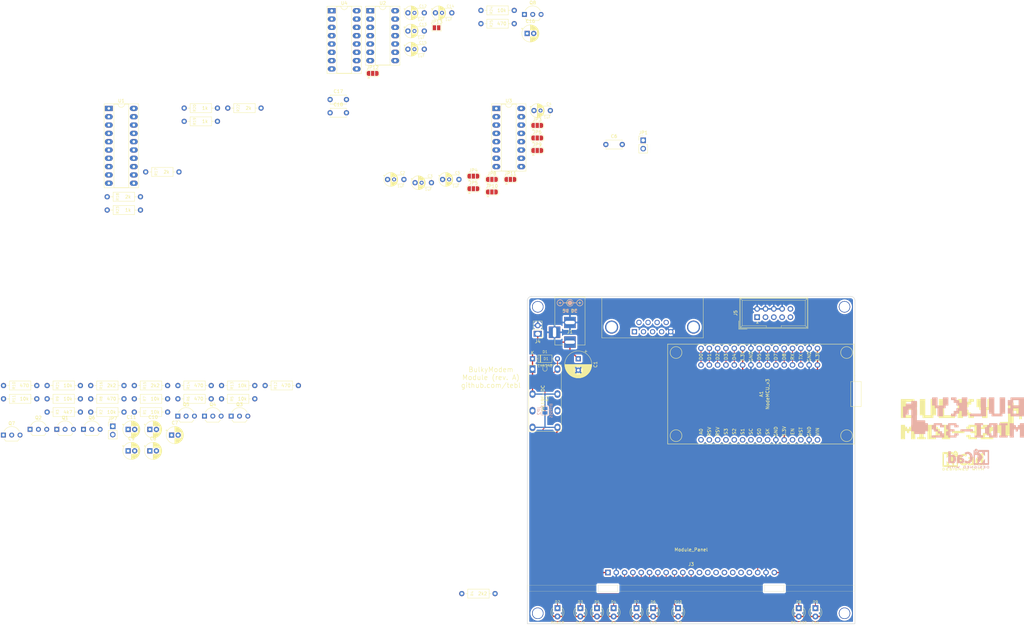
<source format=kicad_pcb>
(kicad_pcb (version 20171130) (host pcbnew "(5.1.8)-1")
  (layers (0 F.Cu signal) (31 B.Cu signal) (34 B.Paste user) (35 F.Paste user) (36 B.SilkS user) (37 F.SilkS user) (38 B.Mask user) (39 F.Mask user) (44 Edge.Cuts user))
  (net 0 "")
  (net 1 GND)
  (net 2 +3V3)
  (net 3 +5V)
  (net 4 "Net-(C5-Pad1)")
  (net 5 "Net-(C8-Pad1)")
  (net 6 "Net-(JP8-Pad2)")
  (net 7 "Net-(JP8-Pad1)")
  (net 8 "Net-(A1-Pad9)")
  (net 9 ESP_TX)
  (net 10 "Net-(A1-Pad19)")
  (net 11 "Net-(A1-Pad20)")
  (net 12 "Net-(A1-Pad21)")
  (net 13 "Net-(A1-Pad22)")
  (net 14 "Net-(A1-Pad23)")
  (net 15 "Net-(A1-Pad27)")
  (net 16 ESP_RTS)
  (net 17 "Net-(A1-Pad29)")
  (net 18 "Net-(A1-Pad30)")
  (net 19 VIN)
  (net 20 "Net-(C2-Pad1)")
  (net 21 "Net-(C3-Pad1)")
  (net 22 "Net-(C3-Pad2)")
  (net 23 "Net-(C4-Pad2)")
  (net 24 "Net-(C5-Pad2)")
  (net 25 "Net-(C7-Pad1)")
  (net 26 "Net-(C9-Pad1)")
  (net 27 "Net-(C10-Pad1)")
  (net 28 "Net-(C11-Pad1)")
  (net 29 PWR_EN)
  (net 30 "/Front panel/LED_POW")
  (net 31 "/Front panel/LED_DATA")
  (net 32 "/Front panel/LED_RX")
  (net 33 "/Front panel/LED_TX")
  (net 34 "/Front panel/LED_CTS")
  (net 35 "/Front panel/LED_RTS")
  (net 36 "/Front panel/LED_RS232")
  (net 37 "/Front panel/LED_C64")
  (net 38 /RS-232/DCE_TxD)
  (net 39 /RS-232/DCE_RxD)
  (net 40 /RS-232/DCE_CTS)
  (net 41 /RS-232/DCE_RTS)
  (net 42 MODE_232)
  (net 43 /C64_TX)
  (net 44 /C64_RX)
  (net 45 /C64_RTS)
  (net 46 /C64_CTS)
  (net 47 /RS-232/SER_TxD)
  (net 48 /RS-232/SER_RxD)
  (net 49 /RS-232/SER_CTS)
  (net 50 /RS-232/SER_RTS)
  (net 51 /232_TX)
  (net 52 "Net-(JP9-Pad2)")
  (net 53 /232_RTS)
  (net 54 "Net-(JP9-Pad1)")
  (net 55 "Net-(JP10-Pad1)")
  (net 56 "Net-(JP10-Pad3)")
  (net 57 /232_RX)
  (net 58 /232_CTS)
  (net 59 "Net-(JP11-Pad3)")
  (net 60 "Net-(JP11-Pad1)")
  (net 61 "Net-(Q1-Pad2)")
  (net 62 "Net-(Q1-Pad1)")
  (net 63 "Net-(Q2-Pad2)")
  (net 64 "Net-(Q3-Pad2)")
  (net 65 "Net-(Q4-Pad2)")
  (net 66 "Net-(Q5-Pad2)")
  (net 67 "Net-(Q6-Pad2)")
  (net 68 "Net-(Q7-Pad2)")
  (net 69 ESP_RX)
  (net 70 ESP_CTS)
  (net 71 MODE_C64)
  (net 72 ESP_DCD)
  (net 73 "Net-(C12-Pad1)")
  (net 74 "Net-(C13-Pad2)")
  (net 75 "Net-(C14-Pad2)")
  (net 76 "Net-(C14-Pad1)")
  (net 77 "Net-(C15-Pad1)")
  (net 78 "Net-(C15-Pad2)")
  (net 79 "Net-(C16-Pad1)")
  (net 80 "/Front panel/LED_DCD")
  (net 81 /RS-232/SER_DCD)
  (net 82 "Net-(J2-Pad4)")
  (net 83 "Net-(JP12-Pad1)")
  (net 84 "Net-(JP12-Pad2)")
  (net 85 "Net-(Q8-Pad2)")
  (module BulkyModem:Module_Panel (layer F.Cu) (at 120.18 138.97)
    (fp_text reference J3 (at 0 -2.54 180) (layer F.SilkS))
    (fp_text value Module_Panel (at 0 -6.985) (layer F.SilkS))
    (pad 21 thru_hole oval (at 25.4 0) (size 1.7 1.7) (drill 1) (layers *.Cu *.Mask) (net 3 +5V))
    (pad 20 thru_hole oval (at 22.86 0) (size 1.7 1.7) (drill 1) (layers *.Cu *.Mask) (net 1 GND))
    (pad 19 thru_hole oval (at 20.32 0) (size 1.7 1.7) (drill 1) (layers *.Cu *.Mask) (net 29 PWR_EN))
    (pad 18 thru_hole oval (at 17.78 0) (size 1.7 1.7) (drill 1) (layers *.Cu *.Mask) (net 42 MODE_232))
    (pad 17 thru_hole oval (at 15.24 0) (size 1.7 1.7) (drill 1) (layers *.Cu *.Mask))
    (pad 16 thru_hole oval (at 12.7 0) (size 1.7 1.7) (drill 1) (layers *.Cu *.Mask))
    (pad 15 thru_hole oval (at 10.16 0) (size 1.7 1.7) (drill 1) (layers *.Cu *.Mask))
    (pad 14 thru_hole oval (at 7.62 0) (size 1.7 1.7) (drill 1) (layers *.Cu *.Mask))
    (pad 13 thru_hole oval (at 5.08 0) (size 1.7 1.7) (drill 1) (layers *.Cu *.Mask))
    (pad 12 thru_hole oval (at 2.54 0) (size 1.7 1.7) (drill 1) (layers *.Cu *.Mask))
    (pad 11 thru_hole oval (at 0 0) (size 1.7 1.7) (drill 1) (layers *.Cu *.Mask) (net 37 "/Front panel/LED_C64"))
    (pad 10 thru_hole oval (at -2.54 0) (size 1.7 1.7) (drill 1) (layers *.Cu *.Mask) (net 36 "/Front panel/LED_RS232"))
    (pad 9 thru_hole oval (at -5.08 0) (size 1.7 1.7) (drill 1) (layers *.Cu *.Mask) (net 80 "/Front panel/LED_DCD"))
    (pad 8 thru_hole oval (at -7.62 0) (size 1.7 1.7) (drill 1) (layers *.Cu *.Mask) (net 34 "/Front panel/LED_CTS"))
    (pad 7 thru_hole oval (at -10.16 0) (size 1.7 1.7) (drill 1) (layers *.Cu *.Mask) (net 35 "/Front panel/LED_RTS"))
    (pad 6 thru_hole oval (at -12.7 0) (size 1.7 1.7) (drill 1) (layers *.Cu *.Mask) (net 32 "/Front panel/LED_RX"))
    (pad 5 thru_hole oval (at -15.24 0) (size 1.7 1.7) (drill 1) (layers *.Cu *.Mask) (net 33 "/Front panel/LED_TX"))
    (pad 1 thru_hole rect (at -25.4 0) (size 1.7 1.7) (drill 1) (layers *.Cu *.Mask) (net 3 +5V))
    (pad 2 thru_hole oval (at -22.86 0) (size 1.7 1.7) (drill 1) (layers *.Cu *.Mask) (net 1 GND))
    (pad 3 thru_hole oval (at -20.32 0) (size 1.7 1.7) (drill 1) (layers *.Cu *.Mask) (net 30 "/Front panel/LED_POW"))
    (pad 4 thru_hole oval (at -17.78 0) (size 1.7 1.7) (drill 1) (layers *.Cu *.Mask) (net 31 "/Front panel/LED_DATA"))
  )
  (module artwork:BulkyMIDI-32_8bit (layer B.Cu) (at 202.819 91.567 180)
    (fp_text reference G*** hide)
    (fp_text value LOGO hide)
  )
  (module artwork:BulkyMIDI-32_8bit (layer F.Cu) (at 203.2 92.075)
    (fp_text reference G*** hide)
    (fp_text value LOGO hide)
  )
  (module Symbols:KiCad-Logo2_6mm_SilkScreen (layer B.Cu) (at 204.851 104.14 180)
    (fp_text reference REF*** hide)
    (fp_text value KiCad-Logo2_6mm_SilkScreen hide)
  )
  (module mounting:M3 (layer F.Cu) (at 167.005 57.785)
    (fp_text reference M3 hide)
    (fp_text value Mounting hide)
    (pad "" np_thru_hole circle (at 0 0) (size 3.5 3.5) (drill 3.048) (layers *.Cu *.Mask))
  )
  (module mounting:M3 (layer F.Cu) (at 73.355 57.785)
    (fp_text reference M4 hide)
    (fp_text value Mounting hide)
    (pad "" np_thru_hole circle (at 0 0) (size 3.5 3.5) (drill 3.048) (layers *.Cu *.Mask))
  )
  (module Symbols:KiCad-Logo2_6mm_SilkScreen (layer F.Cu) (at 203.2 104.775)
    (fp_text reference REF*** hide)
    (fp_text value KiCad-Logo2_6mm_SilkScreen hide)
  )
  (module mounting:M3 (layer F.Cu) (at 167.005 151.435)
    (fp_text reference M2 hide)
    (fp_text value Mounting hide)
    (pad "" np_thru_hole circle (at 0 0) (size 3.5 3.5) (drill 3.048) (layers *.Cu *.Mask))
  )
  (module nodemcu_v3:NodeMCU-LoLinV3 (layer F.Cu) (at 143.51 84.455 90)
    (fp_text reference A1 (at 0 -1.905 90) (layer F.SilkS))
    (fp_text value NodeMCU_v3 (at 0 0 90) (layer F.SilkS))
    (fp_text user VIN (at -11.43 15.24 90) (layer F.SilkS))
    (fp_text user GND (at -11.43 12.7 90) (layer F.SilkS))
    (fp_text user RST (at -11.43 10.16 90) (layer F.SilkS))
    (fp_text user EN (at -11.43 7.62 90) (layer F.SilkS))
    (fp_text user 3.3V (at -11.43 5.08 90) (layer F.SilkS))
    (fp_text user GND (at -11.43 2.54 90) (layer F.SilkS))
    (fp_text user SK (at -11.43 0 90) (layer F.SilkS))
    (fp_text user SO (at -11.43 -2.54 90) (layer F.SilkS))
    (fp_text user SC (at -11.43 -5.08 90) (layer F.SilkS))
    (fp_text user S1 (at -11.43 -7.62 90) (layer F.SilkS))
    (fp_text user S2 (at -11.43 -10.16 90) (layer F.SilkS))
    (fp_text user S3 (at -11.43 -12.7 90) (layer F.SilkS))
    (fp_text user RSV (at -11.43 -15.24 90) (layer F.SilkS))
    (fp_text user RSV (at -11.43 -17.78 90) (layer F.SilkS))
    (fp_text user A0 (at -11.43 -20.32 90) (layer F.SilkS))
    (fp_text user 3.3V (at 11.43 15.24 90) (layer F.SilkS))
    (fp_text user GND (at 11.43 12.7 90) (layer F.SilkS))
    (fp_text user TX (at 11.43 10.16 90) (layer F.SilkS))
    (fp_text user RX (at 11.43 7.62 90) (layer F.SilkS))
    (fp_text user D8 (at 11.43 5.08 90) (layer F.SilkS))
    (fp_text user D7 (at 11.43 2.54 90) (layer F.SilkS))
    (fp_text user D6 (at 11.43 0 90) (layer F.SilkS))
    (fp_text user D5 (at 11.43 -2.54 90) (layer F.SilkS))
    (fp_text user GND (at 11.43 -5.08 90) (layer F.SilkS))
    (fp_text user 3.3V (at 11.43 -7.62 90) (layer F.SilkS))
    (fp_text user D4 (at 11.43 -10.16 90) (layer F.SilkS))
    (fp_text user D3 (at 11.43 -12.7 90) (layer F.SilkS))
    (fp_text user D2 (at 11.43 -15.24 90) (layer F.SilkS))
    (fp_text user D1 (at 11.43 -17.78 90) (layer F.SilkS))
    (fp_text user D0 (at 11.43 -20.32 90) (layer F.SilkS))
    (pad 1 thru_hole oval (at -13.97 -20.32 90) (size 1.7 1.7) (drill 1) (layers *.Cu *.Mask))
    (pad 2 thru_hole oval (at -13.97 -17.78 90) (size 1.7 1.7) (drill 1) (layers *.Cu *.Mask))
    (pad 3 thru_hole oval (at -13.97 -15.24 90) (size 1.7 1.7) (drill 1) (layers *.Cu *.Mask))
    (pad 4 thru_hole oval (at -13.97 -12.7 90) (size 1.7 1.7) (drill 1) (layers *.Cu *.Mask))
    (pad 5 thru_hole oval (at -13.97 -10.16 90) (size 1.7 1.7) (drill 1) (layers *.Cu *.Mask))
    (pad 6 thru_hole oval (at -13.97 -7.62 90) (size 1.7 1.7) (drill 1) (layers *.Cu *.Mask))
    (pad 7 thru_hole oval (at -13.97 -5.08 90) (size 1.7 1.7) (drill 1) (layers *.Cu *.Mask))
    (pad 8 thru_hole oval (at -13.97 -2.54 90) (size 1.7 1.7) (drill 1) (layers *.Cu *.Mask))
    (pad 9 thru_hole oval (at -13.97 0 90) (size 1.7 1.7) (drill 1) (layers *.Cu *.Mask) (net 8 "Net-(A1-Pad9)"))
    (pad 10 thru_hole oval (at -13.97 2.54 90) (size 1.7 1.7) (drill 1) (layers *.Cu *.Mask) (net 1 GND))
    (pad 11 thru_hole oval (at -13.97 5.08 90) (size 1.7 1.7) (drill 1) (layers *.Cu *.Mask) (net 2 +3V3))
    (pad 12 thru_hole oval (at -13.97 7.62 90) (size 1.7 1.7) (drill 1) (layers *.Cu *.Mask))
    (pad 13 thru_hole oval (at -13.97 10.16 90) (size 1.7 1.7) (drill 1) (layers *.Cu *.Mask))
    (pad 14 thru_hole oval (at -13.97 12.7 90) (size 1.7 1.7) (drill 1) (layers *.Cu *.Mask) (net 1 GND))
    (pad 15 thru_hole oval (at -13.97 15.24 90) (size 1.7 1.7) (drill 1) (layers *.Cu *.Mask) (net 3 +5V))
    (pad 16 thru_hole oval (at 13.97 15.24 90) (size 1.7 1.7) (drill 1) (layers *.Cu *.Mask) (net 2 +3V3))
    (pad 17 thru_hole oval (at 13.97 12.7 90) (size 1.7 1.7) (drill 1) (layers *.Cu *.Mask) (net 1 GND))
    (pad 18 thru_hole oval (at 13.97 10.16 90) (size 1.7 1.7) (drill 1) (layers *.Cu *.Mask) (net 9 ESP_TX))
    (pad 19 thru_hole oval (at 13.97 7.62 90) (size 1.7 1.7) (drill 1) (layers *.Cu *.Mask) (net 10 "Net-(A1-Pad19)"))
    (pad 20 thru_hole oval (at 13.97 5.08 90) (size 1.7 1.7) (drill 1) (layers *.Cu *.Mask) (net 11 "Net-(A1-Pad20)"))
    (pad 21 thru_hole oval (at 13.97 2.54 90) (size 1.7 1.7) (drill 1) (layers *.Cu *.Mask) (net 12 "Net-(A1-Pad21)"))
    (pad 22 thru_hole oval (at 13.97 0 90) (size 1.7 1.7) (drill 1) (layers *.Cu *.Mask) (net 13 "Net-(A1-Pad22)"))
    (pad 23 thru_hole oval (at 13.97 -2.54 90) (size 1.7 1.7) (drill 1) (layers *.Cu *.Mask) (net 14 "Net-(A1-Pad23)"))
    (pad 24 thru_hole oval (at 13.97 -5.08 90) (size 1.7 1.7) (drill 1) (layers *.Cu *.Mask) (net 1 GND))
    (pad 25 thru_hole oval (at 13.97 -7.62 90) (size 1.7 1.7) (drill 1) (layers *.Cu *.Mask) (net 2 +3V3))
    (pad 26 thru_hole oval (at 13.97 -10.16 90) (size 1.7 1.7) (drill 1) (layers *.Cu *.Mask) (net 72 ESP_DCD))
    (pad 27 thru_hole oval (at 13.97 -12.7 90) (size 1.7 1.7) (drill 1) (layers *.Cu *.Mask) (net 15 "Net-(A1-Pad27)"))
    (pad 28 thru_hole oval (at 13.97 -15.24 90) (size 1.7 1.7) (drill 1) (layers *.Cu *.Mask) (net 16 ESP_RTS))
    (pad 29 thru_hole oval (at 13.97 -17.78 90) (size 1.7 1.7) (drill 1) (layers *.Cu *.Mask) (net 17 "Net-(A1-Pad29)"))
    (pad 30 thru_hole oval (at 13.97 -20.32 90) (size 1.7 1.7) (drill 1) (layers *.Cu *.Mask) (net 18 "Net-(A1-Pad30)"))
    (pad 30 thru_hole oval (at 8.89 -20.32 90) (size 1.7 1.7) (drill 1) (layers *.Cu *.Mask) (net 18 "Net-(A1-Pad30)"))
    (pad 22 thru_hole oval (at 8.89 0 90) (size 1.7 1.7) (drill 1) (layers *.Cu *.Mask) (net 13 "Net-(A1-Pad22)"))
    (pad 18 thru_hole oval (at 8.89 10.16 90) (size 1.7 1.7) (drill 1) (layers *.Cu *.Mask) (net 9 ESP_TX))
    (pad 25 thru_hole oval (at 8.89 -7.62 90) (size 1.7 1.7) (drill 1) (layers *.Cu *.Mask) (net 2 +3V3))
    (pad 24 thru_hole oval (at 8.89 -5.08 90) (size 1.7 1.7) (drill 1) (layers *.Cu *.Mask) (net 1 GND))
    (pad 23 thru_hole oval (at 8.89 -2.54 90) (size 1.7 1.7) (drill 1) (layers *.Cu *.Mask) (net 14 "Net-(A1-Pad23)"))
    (pad 17 thru_hole oval (at 8.89 12.7 90) (size 1.7 1.7) (drill 1) (layers *.Cu *.Mask) (net 1 GND))
    (pad 19 thru_hole oval (at 8.89 7.62 90) (size 1.7 1.7) (drill 1) (layers *.Cu *.Mask) (net 10 "Net-(A1-Pad19)"))
    (pad 16 thru_hole oval (at 8.89 15.24 90) (size 1.7 1.7) (drill 1) (layers *.Cu *.Mask) (net 2 +3V3))
    (pad 20 thru_hole oval (at 8.89 5.08 90) (size 1.7 1.7) (drill 1) (layers *.Cu *.Mask) (net 11 "Net-(A1-Pad20)"))
    (pad 29 thru_hole oval (at 8.89 -17.78 90) (size 1.7 1.7) (drill 1) (layers *.Cu *.Mask) (net 17 "Net-(A1-Pad29)"))
    (pad 28 thru_hole oval (at 8.89 -15.24 90) (size 1.7 1.7) (drill 1) (layers *.Cu *.Mask) (net 16 ESP_RTS))
    (pad 27 thru_hole oval (at 8.89 -12.7 90) (size 1.7 1.7) (drill 1) (layers *.Cu *.Mask) (net 15 "Net-(A1-Pad27)"))
    (pad 26 thru_hole oval (at 8.89 -10.16 90) (size 1.7 1.7) (drill 1) (layers *.Cu *.Mask) (net 72 ESP_DCD))
    (pad 21 thru_hole oval (at 8.89 2.54 90) (size 1.7 1.7) (drill 1) (layers *.Cu *.Mask) (net 12 "Net-(A1-Pad21)"))
  )
  (module Capacitor_THT:CP_Radial_D8.0mm_P3.50mm (layer F.Cu) (at 85.725 73.66 270)
    (fp_text reference C1 (at 1.75 -5.25 90) (layer F.SilkS))
    (fp_text value 470uF)
    (pad 1 thru_hole rect (at 0 0 270) (size 1.6 1.6) (drill 0.8) (layers *.Cu *.Mask) (net 19 VIN))
    (pad 2 thru_hole circle (at 3.5 0 270) (size 1.6 1.6) (drill 0.8) (layers *.Cu *.Mask) (net 1 GND))
  )
  (module BulkyModem:CP_Radial_D4.0mm_P2.00mm_Custom (layer F.Cu) (at 27.504802 18.880001)
    (fp_text reference C2 (at 4.572 -2.032) (layer F.SilkS) (effects (font (size 0.8 0.8) (thickness 0.1))))
    (fp_text value 1uF (at 4.064 2.032 180) (layer F.SilkS) (effects (font (size 0.8 0.8) (thickness 0.1))))
    (pad 2 thru_hole circle (at 2 0) (size 1.2 1.2) (drill 0.6) (layers *.Cu *.Mask) (net 3 +5V))
    (pad 2 thru_hole circle (at 5 0) (size 1.6 1.6) (drill 0.8) (layers *.Cu *.Mask) (net 3 +5V))
    (pad 1 thru_hole circle (at 0 0) (size 1.6 1.6) (drill 0.8) (layers *.Cu *.Mask) (net 20 "Net-(C2-Pad1)"))
  )
  (module BulkyModem:CP_Radial_D4.0mm_P2.00mm_Custom (layer F.Cu) (at 35.904802 19.880001)
    (fp_text reference C3 (at 4.572 -2.032) (layer F.SilkS) (effects (font (size 0.8 0.8) (thickness 0.1))))
    (fp_text value 1uF (at 4.064 2.032 180) (layer F.SilkS) (effects (font (size 0.8 0.8) (thickness 0.1))))
    (pad 1 thru_hole circle (at 0 0) (size 1.6 1.6) (drill 0.8) (layers *.Cu *.Mask) (net 21 "Net-(C3-Pad1)"))
    (pad 2 thru_hole circle (at 5 0) (size 1.6 1.6) (drill 0.8) (layers *.Cu *.Mask) (net 22 "Net-(C3-Pad2)"))
    (pad 2 thru_hole circle (at 2 0) (size 1.2 1.2) (drill 0.6) (layers *.Cu *.Mask) (net 22 "Net-(C3-Pad2)"))
  )
  (module BulkyModem:CP_Radial_D4.0mm_P2.00mm_Custom (layer F.Cu) (at 72.204802 -2.169999)
    (fp_text reference C4 (at 4.572 -2.032) (layer F.SilkS) (effects (font (size 0.8 0.8) (thickness 0.1))))
    (fp_text value 1uF (at 4.064 2.032 180) (layer F.SilkS) (effects (font (size 0.8 0.8) (thickness 0.1))))
    (pad 1 thru_hole circle (at 0 0) (size 1.6 1.6) (drill 0.8) (layers *.Cu *.Mask) (net 1 GND))
    (pad 2 thru_hole circle (at 5 0) (size 1.6 1.6) (drill 0.8) (layers *.Cu *.Mask) (net 23 "Net-(C4-Pad2)"))
    (pad 2 thru_hole circle (at 2 0) (size 1.2 1.2) (drill 0.6) (layers *.Cu *.Mask) (net 23 "Net-(C4-Pad2)"))
  )
  (module BulkyModem:CP_Radial_D4.0mm_P2.00mm_Custom (layer F.Cu) (at 44.304802 18.880001)
    (fp_text reference C5 (at 4.572 -2.032) (layer F.SilkS) (effects (font (size 0.8 0.8) (thickness 0.1))))
    (fp_text value 1uF (at 4.064 2.032 180) (layer F.SilkS) (effects (font (size 0.8 0.8) (thickness 0.1))))
    (pad 2 thru_hole circle (at 2 0) (size 1.2 1.2) (drill 0.6) (layers *.Cu *.Mask) (net 24 "Net-(C5-Pad2)"))
    (pad 2 thru_hole circle (at 5 0) (size 1.6 1.6) (drill 0.8) (layers *.Cu *.Mask) (net 24 "Net-(C5-Pad2)"))
    (pad 1 thru_hole circle (at 0 0) (size 1.6 1.6) (drill 0.8) (layers *.Cu *.Mask) (net 4 "Net-(C5-Pad1)"))
  )
  (module Capacitor_THT:C_Disc_D4.7mm_W2.5mm_P5.00mm (layer F.Cu) (at 94.150001 8.200001)
    (fp_text reference C6 (at 2.5 -2.5) (layer F.SilkS))
    (fp_text value 100nF)
    (pad 1 thru_hole circle (at 0 0) (size 1.6 1.6) (drill 0.8) (layers *.Cu *.Mask) (net 3 +5V))
    (pad 2 thru_hole circle (at 5 0) (size 1.6 1.6) (drill 0.8) (layers *.Cu *.Mask) (net 1 GND))
  )
  (module Capacitor_THT:CP_Radial_D5.0mm_P2.00mm (layer F.Cu) (at -38.430224 96.990001)
    (fp_text reference C7 (at 1 -3.75) (layer F.SilkS))
    (fp_text value 22uF)
    (pad 1 thru_hole rect (at 0 0) (size 1.6 1.6) (drill 0.8) (layers *.Cu *.Mask) (net 25 "Net-(C7-Pad1)"))
    (pad 2 thru_hole circle (at 2 0) (size 1.6 1.6) (drill 0.8) (layers *.Cu *.Mask) (net 1 GND))
  )
  (module Capacitor_THT:CP_Radial_D5.0mm_P2.00mm (layer F.Cu) (at -45.060224 101.800001)
    (fp_text reference C8 (at 1 -3.75) (layer F.SilkS))
    (fp_text value 22uF)
    (pad 2 thru_hole circle (at 2 0) (size 1.6 1.6) (drill 0.8) (layers *.Cu *.Mask) (net 1 GND))
    (pad 1 thru_hole rect (at 0 0) (size 1.6 1.6) (drill 0.8) (layers *.Cu *.Mask) (net 5 "Net-(C8-Pad1)"))
  )
  (module Capacitor_THT:CP_Radial_D5.0mm_P2.00mm (layer F.Cu) (at -51.690224 101.800001)
    (fp_text reference C9 (at 1 -3.75) (layer F.SilkS))
    (fp_text value 22uF)
    (pad 2 thru_hole circle (at 2 0) (size 1.6 1.6) (drill 0.8) (layers *.Cu *.Mask) (net 1 GND))
    (pad 1 thru_hole rect (at 0 0) (size 1.6 1.6) (drill 0.8) (layers *.Cu *.Mask) (net 26 "Net-(C9-Pad1)"))
  )
  (module Capacitor_THT:CP_Radial_D5.0mm_P2.00mm (layer F.Cu) (at -45.060224 95.250001)
    (fp_text reference C10 (at 1 -3.75) (layer F.SilkS))
    (fp_text value 22uF)
    (pad 1 thru_hole rect (at 0 0) (size 1.6 1.6) (drill 0.8) (layers *.Cu *.Mask) (net 27 "Net-(C10-Pad1)"))
    (pad 2 thru_hole circle (at 2 0) (size 1.6 1.6) (drill 0.8) (layers *.Cu *.Mask) (net 1 GND))
  )
  (module Capacitor_THT:CP_Radial_D5.0mm_P2.00mm (layer F.Cu) (at -51.690224 95.250001)
    (fp_text reference C11 (at 1 -3.75) (layer F.SilkS))
    (fp_text value 22uF)
    (pad 1 thru_hole rect (at 0 0) (size 1.6 1.6) (drill 0.8) (layers *.Cu *.Mask) (net 28 "Net-(C11-Pad1)"))
    (pad 2 thru_hole circle (at 2 0) (size 1.6 1.6) (drill 0.8) (layers *.Cu *.Mask) (net 1 GND))
  )
  (module Diode_THT:D_DO-35_SOD27_P7.62mm_Horizontal (layer F.Cu) (at 71.755 73.66)
    (fp_text reference D1 (at 3.81 -2.12) (layer F.SilkS) (effects (font (size 0.8 0.8) (thickness 0.1))))
    (fp_text value 1n4148 (at 3.81 2.12) (layer F.SilkS) (effects (font (size 0.8 0.8) (thickness 0.1))))
    (fp_text user %R (at 4.11 0) (layer F.SilkS) (effects (font (size 0.8 0.8) (thickness 0.1))))
    (fp_text user K (at 0 -1.8) (layer F.SilkS))
    (pad 1 thru_hole rect (at 0 0) (size 1.6 1.6) (drill 0.8) (layers *.Cu *.Mask) (net 19 VIN))
    (pad 2 thru_hole oval (at 7.62 0) (size 1.6 1.6) (drill 0.8) (layers *.Cu *.Mask) (net 29 PWR_EN))
  )
  (module LED_THT:LED_D3.0mm (layer F.Cu) (at 79.375 149.86 270)
    (fp_text reference D2 (at -1.905 0 180) (layer F.SilkS) (effects (font (size 0.8 0.8) (thickness 0.1))))
    (fp_text value POWER (at 4.445 0 180) (layer F.SilkS) (effects (font (size 0.8 0.8) (thickness 0.1))))
    (pad 2 thru_hole circle (at 2.54 0 270) (size 1.8 1.8) (drill 0.9) (layers *.Cu *.Mask) (net 3 +5V))
    (pad 1 thru_hole rect (at 0 0 270) (size 1.8 1.8) (drill 0.9) (layers *.Cu *.Mask) (net 30 "/Front panel/LED_POW"))
  )
  (module LED_THT:LED_D3.0mm (layer F.Cu) (at 86.36 149.86 270)
    (fp_text reference D3 (at -1.905 0 180) (layer F.SilkS) (effects (font (size 0.8 0.8) (thickness 0.1))))
    (fp_text value DATA (at 4.445 0 180) (layer F.SilkS) (effects (font (size 0.8 0.8) (thickness 0.1))))
    (pad 2 thru_hole circle (at 2.54 0 270) (size 1.8 1.8) (drill 0.9) (layers *.Cu *.Mask) (net 3 +5V))
    (pad 1 thru_hole rect (at 0 0 270) (size 1.8 1.8) (drill 0.9) (layers *.Cu *.Mask) (net 31 "/Front panel/LED_DATA"))
  )
  (module LED_THT:LED_D3.0mm (layer F.Cu) (at 96.52 149.86 270)
    (fp_text reference D4 (at -1.905 0 180) (layer F.SilkS) (effects (font (size 0.8 0.8) (thickness 0.1))))
    (fp_text value RX (at 4.445 0 180) (layer F.SilkS) (effects (font (size 0.8 0.8) (thickness 0.1))))
    (pad 1 thru_hole rect (at 0 0 270) (size 1.8 1.8) (drill 0.9) (layers *.Cu *.Mask) (net 32 "/Front panel/LED_RX"))
    (pad 2 thru_hole circle (at 2.54 0 270) (size 1.8 1.8) (drill 0.9) (layers *.Cu *.Mask) (net 3 +5V))
  )
  (module LED_THT:LED_D3.0mm (layer F.Cu) (at 91.44 149.86 270)
    (fp_text reference D5 (at -1.905 0 180) (layer F.SilkS) (effects (font (size 0.8 0.8) (thickness 0.1))))
    (fp_text value TX (at 4.445 0 180) (layer F.SilkS) (effects (font (size 0.8 0.8) (thickness 0.1))))
    (pad 1 thru_hole rect (at 0 0 270) (size 1.8 1.8) (drill 0.9) (layers *.Cu *.Mask) (net 33 "/Front panel/LED_TX"))
    (pad 2 thru_hole circle (at 2.54 0 270) (size 1.8 1.8) (drill 0.9) (layers *.Cu *.Mask) (net 3 +5V))
  )
  (module LED_THT:LED_D3.0mm (layer F.Cu) (at 108.585 149.86 270)
    (fp_text reference D6 (at -1.905 0 180) (layer F.SilkS) (effects (font (size 0.8 0.8) (thickness 0.1))))
    (fp_text value CTS (at 4.445 0 180) (layer F.SilkS) (effects (font (size 0.8 0.8) (thickness 0.1))))
    (pad 2 thru_hole circle (at 2.54 0 270) (size 1.8 1.8) (drill 0.9) (layers *.Cu *.Mask) (net 3 +5V))
    (pad 1 thru_hole rect (at 0 0 270) (size 1.8 1.8) (drill 0.9) (layers *.Cu *.Mask) (net 34 "/Front panel/LED_CTS"))
  )
  (module LED_THT:LED_D3.0mm (layer F.Cu) (at 103.505 149.86 270)
    (fp_text reference D7 (at -1.905 0 180) (layer F.SilkS) (effects (font (size 0.8 0.8) (thickness 0.1))))
    (fp_text value RTS (at 4.445 0 180) (layer F.SilkS) (effects (font (size 0.8 0.8) (thickness 0.1))))
    (pad 2 thru_hole circle (at 2.54 0 270) (size 1.8 1.8) (drill 0.9) (layers *.Cu *.Mask) (net 3 +5V))
    (pad 1 thru_hole rect (at 0 0 270) (size 1.8 1.8) (drill 0.9) (layers *.Cu *.Mask) (net 35 "/Front panel/LED_RTS"))
  )
  (module LED_THT:LED_D3.0mm (layer F.Cu) (at 153.035 149.86 270)
    (fp_text reference D8 (at -1.905 0 180) (layer F.SilkS) (effects (font (size 0.8 0.8) (thickness 0.1))))
    (fp_text value RS-232 (at 4.445 0 180) (layer F.SilkS) (effects (font (size 0.8 0.8) (thickness 0.1))))
    (pad 1 thru_hole rect (at 0 0 270) (size 1.8 1.8) (drill 0.9) (layers *.Cu *.Mask) (net 36 "/Front panel/LED_RS232"))
    (pad 2 thru_hole circle (at 2.54 0 270) (size 1.8 1.8) (drill 0.9) (layers *.Cu *.Mask) (net 3 +5V))
  )
  (module LED_THT:LED_D3.0mm (layer F.Cu) (at 158.115 149.86 270)
    (fp_text reference D9 (at -1.905 0 180) (layer F.SilkS) (effects (font (size 0.8 0.8) (thickness 0.1))))
    (fp_text value C64 (at 4.445 0 180) (layer F.SilkS) (effects (font (size 0.8 0.8) (thickness 0.1))))
    (pad 1 thru_hole rect (at 0 0 270) (size 1.8 1.8) (drill 0.9) (layers *.Cu *.Mask) (net 37 "/Front panel/LED_C64"))
    (pad 2 thru_hole circle (at 2.54 0 270) (size 1.8 1.8) (drill 0.9) (layers *.Cu *.Mask) (net 3 +5V))
  )
  (module RND_DSUB:DSUB-9_Female_Horizontal_P2.77x2.84mm_EdgePinOffset7.70mm_Housed_MountingHolesOffset9.12mm (layer F.Cu) (at 102.87 65.405 180)
    (fp_text reference J2 hide)
    (fp_text value DCE)
    (pad 1 thru_hole rect (at 0 0 180) (size 1.6 1.6) (drill 1) (layers *.Cu *.Mask) (net 81 /RS-232/SER_DCD))
    (pad 2 thru_hole circle (at -2.77 0 180) (size 1.6 1.6) (drill 1) (layers *.Cu *.Mask) (net 38 /RS-232/DCE_TxD))
    (pad 3 thru_hole circle (at -5.54 0 180) (size 1.6 1.6) (drill 1) (layers *.Cu *.Mask) (net 39 /RS-232/DCE_RxD))
    (pad 4 thru_hole circle (at -8.31 0 180) (size 1.6 1.6) (drill 1) (layers *.Cu *.Mask) (net 82 "Net-(J2-Pad4)"))
    (pad 5 thru_hole circle (at -11.08 0 180) (size 1.6 1.6) (drill 1) (layers *.Cu *.Mask) (net 1 GND))
    (pad 6 thru_hole circle (at -1.385 2.84 180) (size 1.6 1.6) (drill 1) (layers *.Cu *.Mask) (net 82 "Net-(J2-Pad4)"))
    (pad 7 thru_hole circle (at -4.155 2.84 180) (size 1.6 1.6) (drill 1) (layers *.Cu *.Mask) (net 40 /RS-232/DCE_CTS))
    (pad 8 thru_hole circle (at -6.925 2.84 180) (size 1.6 1.6) (drill 1) (layers *.Cu *.Mask) (net 41 /RS-232/DCE_RTS))
    (pad 9 thru_hole circle (at -9.695 2.84 180) (size 1.6 1.6) (drill 1) (layers *.Cu *.Mask))
    (pad 0 thru_hole circle (at -18.04 1.42 180) (size 4 4) (drill 3.2) (layers *.Cu *.Mask))
    (pad 0 thru_hole circle (at 6.96 1.42 180) (size 4 4) (drill 3.2) (layers *.Cu *.Mask))
  )
  (module BulkyModem:C64_Adapter_IDC (layer F.Cu) (at 140.335 60.96 90)
    (fp_text reference J5 (at 1.27 -6.604 90) (layer F.SilkS))
    (fp_text value C64_Modem_IDC)
    (pad 1 thru_hole rect (at 0 0 90) (size 1.7272 1.7272) (drill 1.016) (layers *.Cu *.Mask) (net 3 +5V))
    (pad 2 thru_hole oval (at 0 2.54 90) (size 1.7272 1.7272) (drill 1.016) (layers *.Cu *.Mask) (net 43 /C64_TX))
    (pad 3 thru_hole oval (at 0 5.08 90) (size 1.7272 1.7272) (drill 1.016) (layers *.Cu *.Mask) (net 44 /C64_RX))
    (pad 4 thru_hole oval (at 0 7.62 90) (size 1.7272 1.7272) (drill 1.016) (layers *.Cu *.Mask) (net 45 /C64_RTS))
    (pad 5 thru_hole oval (at 0 10.16 90) (size 1.7272 1.7272) (drill 1.016) (layers *.Cu *.Mask) (net 46 /C64_CTS))
    (pad 6 thru_hole oval (at 2.54 0 90) (size 1.7272 1.7272) (drill 1.016) (layers *.Cu *.Mask) (net 1 GND))
    (pad 7 thru_hole oval (at 2.54 2.54 90) (size 1.7272 1.7272) (drill 1.016) (layers *.Cu *.Mask) (net 1 GND))
    (pad 8 thru_hole oval (at 2.54 5.08 90) (size 1.7272 1.7272) (drill 1.016) (layers *.Cu *.Mask) (net 1 GND))
    (pad 9 thru_hole oval (at 2.54 7.62 90) (size 1.7272 1.7272) (drill 1.016) (layers *.Cu *.Mask) (net 1 GND))
    (pad 10 thru_hole oval (at 2.54 10.16 90) (size 1.7272 1.7272) (drill 1.016) (layers *.Cu *.Mask) (net 72 ESP_DCD))
  )
  (module Connector_PinHeader_2.54mm:PinHeader_1x02_P2.54mm_Vertical (layer F.Cu) (at 105.550001 6.930001)
    (fp_text reference JP1 (at 0 -2.33) (layer F.SilkS))
    (fp_text value PWR_SW)
    (pad 2 thru_hole oval (at 0 2.54) (size 1.7 1.7) (drill 1) (layers *.Cu *.Mask) (net 29 PWR_EN))
    (pad 1 thru_hole rect (at 0 0) (size 1.7 1.7) (drill 1) (layers *.Cu *.Mask) (net 1 GND))
  )
  (module Jumper:SolderJumper-2_P1.3mm_Open_Pad1.0x1.5mm (layer B.Cu) (at 75.565 89.535 270)
    (fp_text reference JP2 (at 0 1.8 270) (layer B.SilkS) (effects (justify mirror)))
    (fp_text value BYPASS (at 0 -1.9 270) (layer B.SilkS) (effects (font (size 0.8 0.8) (thickness 0.1)) (justify mirror)))
    (pad 2 smd rect (at 0.65 0 270) (size 1 1.5) (layers B.Cu B.Mask) (net 3 +5V))
    (pad 1 smd rect (at -0.65 0 270) (size 1 1.5) (layers B.Cu B.Mask) (net 19 VIN))
  )
  (module Jumper:SolderJumper-3_P1.3mm_Open_RoundedPad1.0x1.5mm (layer F.Cu) (at 73.200001 2.380001)
    (fp_text reference JP3 (at 0 -1.8) (layer F.SilkS))
    (fp_text value RxD_SEL)
    (pad 2 smd rect (at 0 0) (size 1 1.5) (layers F.Cu F.Mask) (net 39 /RS-232/DCE_RxD))
    (pad 3 smd custom (at 1.3 0) (size 1 0.5) (layers F.Cu F.Mask) (net 47 /RS-232/SER_TxD) (options (clearance outline) (anchor rect)) (primitives (gr_circle (center 0 0.25) (end 0.5 0.25) (width 0)) (gr_circle (center 0 -0.25) (end 0.5 -0.25) (width 0)) (gr_poly (pts (xy -0.55 -0.75) (xy 0 -0.75) (xy 0 0.75) (xy -0.55 0.75)) (width 0))))
    (pad 1 smd custom (at -1.3 0) (size 1 0.5) (layers F.Cu F.Mask) (net 48 /RS-232/SER_RxD) (options (clearance outline) (anchor rect)) (primitives (gr_circle (center 0 0.25) (end 0.5 0.25) (width 0)) (gr_circle (center 0 -0.25) (end 0.5 -0.25) (width 0)) (gr_poly (pts (xy 0.55 -0.75) (xy 0 -0.75) (xy 0 0.75) (xy 0.55 0.75)) (width 0))))
  )
  (module Jumper:SolderJumper-3_P1.3mm_Open_RoundedPad1.0x1.5mm (layer F.Cu) (at 53.700001 17.880001)
    (fp_text reference JP4 (at 0 -1.8) (layer F.SilkS))
    (fp_text value TxD_SEL)
    (pad 1 smd custom (at -1.3 0) (size 1 0.5) (layers F.Cu F.Mask) (net 47 /RS-232/SER_TxD) (options (clearance outline) (anchor rect)) (primitives (gr_circle (center 0 0.25) (end 0.5 0.25) (width 0)) (gr_circle (center 0 -0.25) (end 0.5 -0.25) (width 0)) (gr_poly (pts (xy 0.55 -0.75) (xy 0 -0.75) (xy 0 0.75) (xy 0.55 0.75)) (width 0))))
    (pad 3 smd custom (at 1.3 0) (size 1 0.5) (layers F.Cu F.Mask) (net 48 /RS-232/SER_RxD) (options (clearance outline) (anchor rect)) (primitives (gr_circle (center 0 0.25) (end 0.5 0.25) (width 0)) (gr_circle (center 0 -0.25) (end 0.5 -0.25) (width 0)) (gr_poly (pts (xy -0.55 -0.75) (xy 0 -0.75) (xy 0 0.75) (xy -0.55 0.75)) (width 0))))
    (pad 2 smd rect (at 0 0) (size 1 1.5) (layers F.Cu F.Mask) (net 38 /RS-232/DCE_TxD))
  )
  (module Jumper:SolderJumper-3_P1.3mm_Open_RoundedPad1.0x1.5mm (layer F.Cu) (at 53.700001 21.710001)
    (fp_text reference JP5 (at 0 -1.8) (layer F.SilkS))
    (fp_text value CTS_SEL)
    (pad 1 smd custom (at -1.3 0) (size 1 0.5) (layers F.Cu F.Mask) (net 49 /RS-232/SER_CTS) (options (clearance outline) (anchor rect)) (primitives (gr_circle (center 0 0.25) (end 0.5 0.25) (width 0)) (gr_circle (center 0 -0.25) (end 0.5 -0.25) (width 0)) (gr_poly (pts (xy 0.55 -0.75) (xy 0 -0.75) (xy 0 0.75) (xy 0.55 0.75)) (width 0))))
    (pad 3 smd custom (at 1.3 0) (size 1 0.5) (layers F.Cu F.Mask) (net 50 /RS-232/SER_RTS) (options (clearance outline) (anchor rect)) (primitives (gr_circle (center 0 0.25) (end 0.5 0.25) (width 0)) (gr_circle (center 0 -0.25) (end 0.5 -0.25) (width 0)) (gr_poly (pts (xy -0.55 -0.75) (xy 0 -0.75) (xy 0 0.75) (xy -0.55 0.75)) (width 0))))
    (pad 2 smd rect (at 0 0) (size 1 1.5) (layers F.Cu F.Mask) (net 40 /RS-232/DCE_CTS))
  )
  (module Jumper:SolderJumper-3_P1.3mm_Open_RoundedPad1.0x1.5mm (layer F.Cu) (at 73.200001 6.210001)
    (fp_text reference JP6 (at 0 -1.8) (layer F.SilkS))
    (fp_text value RTS_SEL)
    (pad 2 smd rect (at 0 0) (size 1 1.5) (layers F.Cu F.Mask) (net 41 /RS-232/DCE_RTS))
    (pad 3 smd custom (at 1.3 0) (size 1 0.5) (layers F.Cu F.Mask) (net 49 /RS-232/SER_CTS) (options (clearance outline) (anchor rect)) (primitives (gr_circle (center 0 0.25) (end 0.5 0.25) (width 0)) (gr_circle (center 0 -0.25) (end 0.5 -0.25) (width 0)) (gr_poly (pts (xy -0.55 -0.75) (xy 0 -0.75) (xy 0 0.75) (xy -0.55 0.75)) (width 0))))
    (pad 1 smd custom (at -1.3 0) (size 1 0.5) (layers F.Cu F.Mask) (net 50 /RS-232/SER_RTS) (options (clearance outline) (anchor rect)) (primitives (gr_circle (center 0 0.25) (end 0.5 0.25) (width 0)) (gr_circle (center 0 -0.25) (end 0.5 -0.25) (width 0)) (gr_poly (pts (xy 0.55 -0.75) (xy 0 -0.75) (xy 0 0.75) (xy 0.55 0.75)) (width 0))))
  )
  (module Connector_PinHeader_2.54mm:PinHeader_1x02_P2.54mm_Vertical (layer F.Cu) (at -56.379999 94.300001)
    (fp_text reference JP7 (at 0 -2.33) (layer F.SilkS))
    (fp_text value 232_EN)
    (pad 1 thru_hole rect (at 0 0) (size 1.7 1.7) (drill 1) (layers *.Cu *.Mask) (net 1 GND))
    (pad 2 thru_hole oval (at 0 2.54) (size 1.7 1.7) (drill 1) (layers *.Cu *.Mask) (net 42 MODE_232))
  )
  (module Jumper:SolderJumper-3_P1.3mm_Open_RoundedPad1.0x1.5mm (layer F.Cu) (at 59.350001 18.880001)
    (fp_text reference JP8 (at 0 -1.8) (layer F.SilkS))
    (fp_text value INV_TX)
    (pad 1 smd custom (at -1.3 0) (size 1 0.5) (layers F.Cu F.Mask) (net 7 "Net-(JP8-Pad1)") (options (clearance outline) (anchor rect)) (primitives (gr_circle (center 0 0.25) (end 0.5 0.25) (width 0)) (gr_circle (center 0 -0.25) (end 0.5 -0.25) (width 0)) (gr_poly (pts (xy 0.55 -0.75) (xy 0 -0.75) (xy 0 0.75) (xy 0.55 0.75)) (width 0))))
    (pad 3 smd custom (at 1.3 0) (size 1 0.5) (layers F.Cu F.Mask) (net 51 /232_TX) (options (clearance outline) (anchor rect)) (primitives (gr_circle (center 0 0.25) (end 0.5 0.25) (width 0)) (gr_circle (center 0 -0.25) (end 0.5 -0.25) (width 0)) (gr_poly (pts (xy -0.55 -0.75) (xy 0 -0.75) (xy 0 0.75) (xy -0.55 0.75)) (width 0))))
    (pad 2 smd rect (at 0 0) (size 1 1.5) (layers F.Cu F.Mask) (net 6 "Net-(JP8-Pad2)"))
  )
  (module Jumper:SolderJumper-3_P1.3mm_Open_RoundedPad1.0x1.5mm (layer F.Cu) (at 73.200001 10.040001)
    (fp_text reference JP9 (at 0 -1.8) (layer F.SilkS))
    (fp_text value INV_RTS)
    (pad 2 smd rect (at 0 0) (size 1 1.5) (layers F.Cu F.Mask) (net 52 "Net-(JP9-Pad2)"))
    (pad 3 smd custom (at 1.3 0) (size 1 0.5) (layers F.Cu F.Mask) (net 53 /232_RTS) (options (clearance outline) (anchor rect)) (primitives (gr_circle (center 0 0.25) (end 0.5 0.25) (width 0)) (gr_circle (center 0 -0.25) (end 0.5 -0.25) (width 0)) (gr_poly (pts (xy -0.55 -0.75) (xy 0 -0.75) (xy 0 0.75) (xy -0.55 0.75)) (width 0))))
    (pad 1 smd custom (at -1.3 0) (size 1 0.5) (layers F.Cu F.Mask) (net 54 "Net-(JP9-Pad1)") (options (clearance outline) (anchor rect)) (primitives (gr_circle (center 0 0.25) (end 0.5 0.25) (width 0)) (gr_circle (center 0 -0.25) (end 0.5 -0.25) (width 0)) (gr_poly (pts (xy 0.55 -0.75) (xy 0 -0.75) (xy 0 0.75) (xy 0.55 0.75)) (width 0))))
  )
  (module Jumper:SolderJumper-3_P1.3mm_Open_RoundedPad1.0x1.5mm (layer F.Cu) (at 59.350001 22.710001)
    (fp_text reference JP10 (at 0 -1.8) (layer F.SilkS))
    (fp_text value INV_RX)
    (pad 1 smd custom (at -1.3 0) (size 1 0.5) (layers F.Cu F.Mask) (net 55 "Net-(JP10-Pad1)") (options (clearance outline) (anchor rect)) (primitives (gr_circle (center 0 0.25) (end 0.5 0.25) (width 0)) (gr_circle (center 0 -0.25) (end 0.5 -0.25) (width 0)) (gr_poly (pts (xy 0.55 -0.75) (xy 0 -0.75) (xy 0 0.75) (xy 0.55 0.75)) (width 0))))
    (pad 3 smd custom (at 1.3 0) (size 1 0.5) (layers F.Cu F.Mask) (net 56 "Net-(JP10-Pad3)") (options (clearance outline) (anchor rect)) (primitives (gr_circle (center 0 0.25) (end 0.5 0.25) (width 0)) (gr_circle (center 0 -0.25) (end 0.5 -0.25) (width 0)) (gr_poly (pts (xy -0.55 -0.75) (xy 0 -0.75) (xy 0 0.75) (xy -0.55 0.75)) (width 0))))
    (pad 2 smd rect (at 0 0) (size 1 1.5) (layers F.Cu F.Mask) (net 57 /232_RX))
  )
  (module Jumper:SolderJumper-3_P1.3mm_Open_RoundedPad1.0x1.5mm (layer F.Cu) (at 65.000001 18.880001)
    (fp_text reference JP11 (at 0 -1.8) (layer F.SilkS))
    (fp_text value INV_CTS)
    (pad 2 smd rect (at 0 0) (size 1 1.5) (layers F.Cu F.Mask) (net 58 /232_CTS))
    (pad 3 smd custom (at 1.3 0) (size 1 0.5) (layers F.Cu F.Mask) (net 59 "Net-(JP11-Pad3)") (options (clearance outline) (anchor rect)) (primitives (gr_circle (center 0 0.25) (end 0.5 0.25) (width 0)) (gr_circle (center 0 -0.25) (end 0.5 -0.25) (width 0)) (gr_poly (pts (xy -0.55 -0.75) (xy 0 -0.75) (xy 0 0.75) (xy -0.55 0.75)) (width 0))))
    (pad 1 smd custom (at -1.3 0) (size 1 0.5) (layers F.Cu F.Mask) (net 60 "Net-(JP11-Pad1)") (options (clearance outline) (anchor rect)) (primitives (gr_circle (center 0 0.25) (end 0.5 0.25) (width 0)) (gr_circle (center 0 -0.25) (end 0.5 -0.25) (width 0)) (gr_poly (pts (xy 0.55 -0.75) (xy 0 -0.75) (xy 0 0.75) (xy 0.55 0.75)) (width 0))))
  )
  (module HK19F-DC:HK19F-DC (layer F.Cu) (at 71.755 76.835 270)
    (fp_text reference K1 (at 8.89 -4.445 90) (layer F.SilkS))
    (fp_text value HK19F-DC (at 8.89 -3.175 90) (layer F.SilkS))
    (pad 1 thru_hole rect (at 0 0 270) (size 2.3 1.8) (drill 1.1) (layers *.Cu *.Mask) (net 19 VIN))
    (pad 4 thru_hole oval (at 7.62 0 270) (size 2.3 1.8) (drill 1.1) (layers *.Cu *.Mask) (net 19 VIN))
    (pad 6 thru_hole oval (at 12.7 0 270) (size 2.3 1.8) (drill 1.1) (layers *.Cu *.Mask))
    (pad 8 thru_hole oval (at 17.78 0 270) (size 2.3 1.8) (drill 1.1) (layers *.Cu *.Mask) (net 3 +5V))
    (pad 9 thru_hole oval (at 17.78 -7.62 270) (size 2.3 1.8) (drill 1.1) (layers *.Cu *.Mask) (net 3 +5V))
    (pad 11 thru_hole oval (at 12.7 -7.62 270) (size 2.3 1.8) (drill 1.1) (layers *.Cu *.Mask))
    (pad 13 thru_hole oval (at 7.62 -7.62 270) (size 2.3 1.8) (drill 1.1) (layers *.Cu *.Mask) (net 19 VIN))
    (pad 16 thru_hole oval (at 0 -7.62 270) (size 2.3 1.8) (drill 1.1) (layers *.Cu *.Mask) (net 29 PWR_EN))
  )
  (module mounting:M3 (layer F.Cu) (at 73.355 151.435)
    (fp_text reference M1 hide)
    (fp_text value Mounting hide)
    (pad "" np_thru_hole circle (at 0 0) (size 3.5 3.5) (drill 3.048) (layers *.Cu *.Mask))
  )
  (module Package_TO_SOT_THT:TO-92_Inline_Wide (layer F.Cu) (at -73.469999 95.230001)
    (fp_text reference Q1 (at 2.54 -3.56) (layer F.SilkS))
    (fp_text value 2N3904)
    (pad 2 thru_hole circle (at 2.54 0) (size 1.5 1.5) (drill 0.8) (layers *.Cu *.Mask) (net 61 "Net-(Q1-Pad2)"))
    (pad 3 thru_hole circle (at 5.08 0) (size 1.5 1.5) (drill 0.8) (layers *.Cu *.Mask) (net 3 +5V))
    (pad 1 thru_hole rect (at 0 0) (size 1.5 1.5) (drill 0.8) (layers *.Cu *.Mask) (net 62 "Net-(Q1-Pad1)"))
  )
  (module Package_TO_SOT_THT:TO-92_Inline_Wide (layer F.Cu) (at -81.619999 95.230001)
    (fp_text reference Q2 (at 2.54 -3.56) (layer F.SilkS))
    (fp_text value 2N3904)
    (pad 1 thru_hole rect (at 0 0) (size 1.5 1.5) (drill 0.8) (layers *.Cu *.Mask) (net 62 "Net-(Q1-Pad1)"))
    (pad 3 thru_hole circle (at 5.08 0) (size 1.5 1.5) (drill 0.8) (layers *.Cu *.Mask) (net 3 +5V))
    (pad 2 thru_hole circle (at 2.54 0) (size 1.5 1.5) (drill 0.8) (layers *.Cu *.Mask) (net 63 "Net-(Q2-Pad2)"))
  )
  (module Package_TO_SOT_THT:TO-92_Inline_Wide (layer F.Cu) (at -20.229999 91.180001)
    (fp_text reference Q3 (at 2.54 -3.56) (layer F.SilkS))
    (fp_text value 2N3904)
    (pad 2 thru_hole circle (at 2.54 0) (size 1.5 1.5) (drill 0.8) (layers *.Cu *.Mask) (net 64 "Net-(Q3-Pad2)"))
    (pad 3 thru_hole circle (at 5.08 0) (size 1.5 1.5) (drill 0.8) (layers *.Cu *.Mask) (net 25 "Net-(C7-Pad1)"))
    (pad 1 thru_hole rect (at 0 0) (size 1.5 1.5) (drill 0.8) (layers *.Cu *.Mask) (net 1 GND))
  )
  (module Package_TO_SOT_THT:TO-92_Inline_Wide (layer F.Cu) (at -28.379999 91.180001)
    (fp_text reference Q4 (at 2.54 -3.56) (layer F.SilkS))
    (fp_text value 2N3904)
    (pad 2 thru_hole circle (at 2.54 0) (size 1.5 1.5) (drill 0.8) (layers *.Cu *.Mask) (net 65 "Net-(Q4-Pad2)"))
    (pad 3 thru_hole circle (at 5.08 0) (size 1.5 1.5) (drill 0.8) (layers *.Cu *.Mask) (net 5 "Net-(C8-Pad1)"))
    (pad 1 thru_hole rect (at 0 0) (size 1.5 1.5) (drill 0.8) (layers *.Cu *.Mask) (net 1 GND))
  )
  (module Package_TO_SOT_THT:TO-92_Inline_Wide (layer F.Cu) (at -36.529999 91.180001)
    (fp_text reference Q5 (at 2.54 -3.56) (layer F.SilkS))
    (fp_text value 2N3904)
    (pad 1 thru_hole rect (at 0 0) (size 1.5 1.5) (drill 0.8) (layers *.Cu *.Mask) (net 1 GND))
    (pad 3 thru_hole circle (at 5.08 0) (size 1.5 1.5) (drill 0.8) (layers *.Cu *.Mask) (net 26 "Net-(C9-Pad1)"))
    (pad 2 thru_hole circle (at 2.54 0) (size 1.5 1.5) (drill 0.8) (layers *.Cu *.Mask) (net 66 "Net-(Q5-Pad2)"))
  )
  (module Package_TO_SOT_THT:TO-92_Inline_Wide (layer F.Cu) (at -65.319999 95.230001)
    (fp_text reference Q6 (at 2.54 -3.56) (layer F.SilkS))
    (fp_text value 2N3904)
    (pad 1 thru_hole rect (at 0 0) (size 1.5 1.5) (drill 0.8) (layers *.Cu *.Mask) (net 1 GND))
    (pad 3 thru_hole circle (at 5.08 0) (size 1.5 1.5) (drill 0.8) (layers *.Cu *.Mask) (net 27 "Net-(C10-Pad1)"))
    (pad 2 thru_hole circle (at 2.54 0) (size 1.5 1.5) (drill 0.8) (layers *.Cu *.Mask) (net 67 "Net-(Q6-Pad2)"))
  )
  (module Package_TO_SOT_THT:TO-92_Inline_Wide (layer F.Cu) (at -89.769999 96.970001)
    (fp_text reference Q7 (at 2.54 -3.56) (layer F.SilkS))
    (fp_text value 2N3904)
    (pad 2 thru_hole circle (at 2.54 0) (size 1.5 1.5) (drill 0.8) (layers *.Cu *.Mask) (net 68 "Net-(Q7-Pad2)"))
    (pad 3 thru_hole circle (at 5.08 0) (size 1.5 1.5) (drill 0.8) (layers *.Cu *.Mask) (net 28 "Net-(C11-Pad1)"))
    (pad 1 thru_hole rect (at 0 0) (size 1.5 1.5) (drill 0.8) (layers *.Cu *.Mask) (net 1 GND))
  )
  (module resistor:R_Axial_DIN0207_L6.3mm_D2.5mm_P10.16mm_Horizontal (layer F.Cu) (at -49.799999 89.950001)
    (fp_text reference R1 (at 3.175 0 90) (layer F.SilkS) (effects (font (size 0.8 0.8) (thickness 0.1))))
    (fp_text value 10k (at 6.35 0) (layer F.SilkS))
    (pad 2 thru_hole oval (at 10.16 0) (size 1.6 1.6) (drill 0.8) (layers *.Cu *.Mask) (net 9 ESP_TX))
    (pad 1 thru_hole circle (at 0 0) (size 1.6 1.6) (drill 0.8) (layers *.Cu *.Mask) (net 63 "Net-(Q2-Pad2)"))
  )
  (module resistor:R_Axial_DIN0207_L6.3mm_D2.5mm_P10.16mm_Horizontal (layer F.Cu) (at -63.109999 89.950001)
    (fp_text reference R2 (at 3.175 0 90) (layer F.SilkS) (effects (font (size 0.8 0.8) (thickness 0.1))))
    (fp_text value 10k (at 6.35 0) (layer F.SilkS))
    (pad 1 thru_hole circle (at 0 0) (size 1.6 1.6) (drill 0.8) (layers *.Cu *.Mask) (net 61 "Net-(Q1-Pad2)"))
    (pad 2 thru_hole oval (at 10.16 0) (size 1.6 1.6) (drill 0.8) (layers *.Cu *.Mask) (net 69 ESP_RX))
  )
  (module resistor:R_Axial_DIN0207_L6.3mm_D2.5mm_P10.16mm_Horizontal (layer F.Cu) (at -76.419999 89.950001)
    (fp_text reference R3 (at 3.175 0 90) (layer F.SilkS) (effects (font (size 0.8 0.8) (thickness 0.1))))
    (fp_text value 4k7 (at 6.35 0) (layer F.SilkS))
    (pad 2 thru_hole oval (at 10.16 0) (size 1.6 1.6) (drill 0.8) (layers *.Cu *.Mask) (net 1 GND))
    (pad 1 thru_hole circle (at 0 0) (size 1.6 1.6) (drill 0.8) (layers *.Cu *.Mask) (net 62 "Net-(Q1-Pad1)"))
  )
  (module resistor:R_Axial_DIN0207_L6.3mm_D2.5mm_P10.16mm_Horizontal (layer F.Cu) (at 50.165 145.415)
    (fp_text reference R4 (at 3.175 0 90) (layer F.SilkS) (effects (font (size 0.8 0.8) (thickness 0.1))))
    (fp_text value 2k2 (at 6.35 0) (layer F.SilkS))
    (pad 1 thru_hole circle (at 0 0) (size 1.6 1.6) (drill 0.8) (layers *.Cu *.Mask) (net 1 GND))
    (pad 2 thru_hole oval (at 10.16 0) (size 1.6 1.6) (drill 0.8) (layers *.Cu *.Mask) (net 30 "/Front panel/LED_POW"))
  )
  (module resistor:R_Axial_DIN0207_L6.3mm_D2.5mm_P10.16mm_Horizontal (layer F.Cu) (at -23.179999 85.900001)
    (fp_text reference R5 (at 3.175 0 90) (layer F.SilkS) (effects (font (size 0.8 0.8) (thickness 0.1))))
    (fp_text value 10k (at 6.35 0) (layer F.SilkS))
    (pad 1 thru_hole circle (at 0 0) (size 1.6 1.6) (drill 0.8) (layers *.Cu *.Mask) (net 64 "Net-(Q3-Pad2)"))
    (pad 2 thru_hole oval (at 10.16 0) (size 1.6 1.6) (drill 0.8) (layers *.Cu *.Mask) (net 62 "Net-(Q1-Pad1)"))
  )
  (module resistor:R_Axial_DIN0207_L6.3mm_D2.5mm_P10.16mm_Horizontal (layer F.Cu) (at -36.489999 85.900001)
    (fp_text reference R6 (at 3.175 0 90) (layer F.SilkS) (effects (font (size 0.8 0.8) (thickness 0.1))))
    (fp_text value 470 (at 6.35 0) (layer F.SilkS))
    (pad 1 thru_hole circle (at 0 0) (size 1.6 1.6) (drill 0.8) (layers *.Cu *.Mask) (net 25 "Net-(C7-Pad1)"))
    (pad 2 thru_hole oval (at 10.16 0) (size 1.6 1.6) (drill 0.8) (layers *.Cu *.Mask) (net 31 "/Front panel/LED_DATA"))
  )
  (module resistor:R_Axial_DIN0207_L6.3mm_D2.5mm_P10.16mm_Horizontal (layer F.Cu) (at -49.799999 85.900001)
    (fp_text reference R7 (at 3.175 0 90) (layer F.SilkS) (effects (font (size 0.8 0.8) (thickness 0.1))))
    (fp_text value 10k (at 6.35 0) (layer F.SilkS))
    (pad 2 thru_hole oval (at 10.16 0) (size 1.6 1.6) (drill 0.8) (layers *.Cu *.Mask) (net 69 ESP_RX))
    (pad 1 thru_hole circle (at 0 0) (size 1.6 1.6) (drill 0.8) (layers *.Cu *.Mask) (net 65 "Net-(Q4-Pad2)"))
  )
  (module resistor:R_Axial_DIN0207_L6.3mm_D2.5mm_P10.16mm_Horizontal (layer F.Cu) (at -63.109999 85.900001)
    (fp_text reference R8 (at 3.175 0 90) (layer F.SilkS) (effects (font (size 0.8 0.8) (thickness 0.1))))
    (fp_text value 470 (at 6.35 0) (layer F.SilkS))
    (pad 1 thru_hole circle (at 0 0) (size 1.6 1.6) (drill 0.8) (layers *.Cu *.Mask) (net 5 "Net-(C8-Pad1)"))
    (pad 2 thru_hole oval (at 10.16 0) (size 1.6 1.6) (drill 0.8) (layers *.Cu *.Mask) (net 32 "/Front panel/LED_RX"))
  )
  (module resistor:R_Axial_DIN0207_L6.3mm_D2.5mm_P10.16mm_Horizontal (layer F.Cu) (at -76.419999 85.900001)
    (fp_text reference R9 (at 3.175 0 90) (layer F.SilkS) (effects (font (size 0.8 0.8) (thickness 0.1))))
    (fp_text value 10k (at 6.35 0) (layer F.SilkS))
    (pad 2 thru_hole oval (at 10.16 0) (size 1.6 1.6) (drill 0.8) (layers *.Cu *.Mask) (net 9 ESP_TX))
    (pad 1 thru_hole circle (at 0 0) (size 1.6 1.6) (drill 0.8) (layers *.Cu *.Mask) (net 66 "Net-(Q5-Pad2)"))
  )
  (module resistor:R_Axial_DIN0207_L6.3mm_D2.5mm_P10.16mm_Horizontal (layer F.Cu) (at -89.729999 81.850001)
    (fp_text reference R10 (at 3.175 0 90) (layer F.SilkS) (effects (font (size 0.8 0.8) (thickness 0.1))))
    (fp_text value 470 (at 6.35 0) (layer F.SilkS))
    (pad 1 thru_hole circle (at 0 0) (size 1.6 1.6) (drill 0.8) (layers *.Cu *.Mask) (net 26 "Net-(C9-Pad1)"))
    (pad 2 thru_hole oval (at 10.16 0) (size 1.6 1.6) (drill 0.8) (layers *.Cu *.Mask) (net 33 "/Front panel/LED_TX"))
  )
  (module resistor:R_Axial_DIN0207_L6.3mm_D2.5mm_P10.16mm_Horizontal (layer F.Cu) (at -89.729999 85.900001)
    (fp_text reference R11 (at 3.175 0 90) (layer F.SilkS) (effects (font (size 0.8 0.8) (thickness 0.1))))
    (fp_text value 10k (at 6.35 0) (layer F.SilkS))
    (pad 2 thru_hole oval (at 10.16 0) (size 1.6 1.6) (drill 0.8) (layers *.Cu *.Mask) (net 70 ESP_CTS))
    (pad 1 thru_hole circle (at 0 0) (size 1.6 1.6) (drill 0.8) (layers *.Cu *.Mask) (net 67 "Net-(Q6-Pad2)"))
  )
  (module resistor:R_Axial_DIN0207_L6.3mm_D2.5mm_P10.16mm_Horizontal (layer F.Cu) (at -9.869999 81.850001)
    (fp_text reference R12 (at 3.175 0 90) (layer F.SilkS) (effects (font (size 0.8 0.8) (thickness 0.1))))
    (fp_text value 470 (at 6.35 0) (layer F.SilkS))
    (pad 1 thru_hole circle (at 0 0) (size 1.6 1.6) (drill 0.8) (layers *.Cu *.Mask) (net 27 "Net-(C10-Pad1)"))
    (pad 2 thru_hole oval (at 10.16 0) (size 1.6 1.6) (drill 0.8) (layers *.Cu *.Mask) (net 34 "/Front panel/LED_CTS"))
  )
  (module resistor:R_Axial_DIN0207_L6.3mm_D2.5mm_P10.16mm_Horizontal (layer F.Cu) (at -23.179999 81.850001)
    (fp_text reference R13 (at 3.175 0 90) (layer F.SilkS) (effects (font (size 0.8 0.8) (thickness 0.1))))
    (fp_text value 10k (at 6.35 0) (layer F.SilkS))
    (pad 1 thru_hole circle (at 0 0) (size 1.6 1.6) (drill 0.8) (layers *.Cu *.Mask) (net 68 "Net-(Q7-Pad2)"))
    (pad 2 thru_hole oval (at 10.16 0) (size 1.6 1.6) (drill 0.8) (layers *.Cu *.Mask) (net 16 ESP_RTS))
  )
  (module resistor:R_Axial_DIN0207_L6.3mm_D2.5mm_P10.16mm_Horizontal (layer F.Cu) (at -36.489999 81.850001)
    (fp_text reference R14 (at 3.175 0 90) (layer F.SilkS) (effects (font (size 0.8 0.8) (thickness 0.1))))
    (fp_text value 470 (at 6.35 0) (layer F.SilkS))
    (pad 2 thru_hole oval (at 10.16 0) (size 1.6 1.6) (drill 0.8) (layers *.Cu *.Mask) (net 35 "/Front panel/LED_RTS"))
    (pad 1 thru_hole circle (at 0 0) (size 1.6 1.6) (drill 0.8) (layers *.Cu *.Mask) (net 28 "Net-(C11-Pad1)"))
  )
  (module resistor:R_Axial_DIN0207_L6.3mm_D2.5mm_P10.16mm_Horizontal (layer F.Cu) (at -49.799999 81.850001)
    (fp_text reference R15 (at 3.175 0 90) (layer F.SilkS) (effects (font (size 0.8 0.8) (thickness 0.1))))
    (fp_text value 2k2 (at 6.35 0) (layer F.SilkS))
    (pad 2 thru_hole oval (at 10.16 0) (size 1.6 1.6) (drill 0.8) (layers *.Cu *.Mask) (net 36 "/Front panel/LED_RS232"))
    (pad 1 thru_hole circle (at 0 0) (size 1.6 1.6) (drill 0.8) (layers *.Cu *.Mask) (net 42 MODE_232))
  )
  (module resistor:R_Axial_DIN0207_L6.3mm_D2.5mm_P10.16mm_Horizontal (layer F.Cu) (at -63.109999 81.850001)
    (fp_text reference R16 (at 3.175 0 90) (layer F.SilkS) (effects (font (size 0.8 0.8) (thickness 0.1))))
    (fp_text value 2k2 (at 6.35 0) (layer F.SilkS))
    (pad 2 thru_hole oval (at 10.16 0) (size 1.6 1.6) (drill 0.8) (layers *.Cu *.Mask) (net 37 "/Front panel/LED_C64"))
    (pad 1 thru_hole circle (at 0 0) (size 1.6 1.6) (drill 0.8) (layers *.Cu *.Mask) (net 71 MODE_C64))
  )
  (module resistor:R_Axial_DIN0207_L6.3mm_D2.5mm_P10.16mm_Horizontal (layer F.Cu) (at -46.329999 16.580001)
    (fp_text reference R17 (at 3.175 0 90) (layer F.SilkS) (effects (font (size 0.8 0.8) (thickness 0.1))))
    (fp_text value 2k (at 6.35 0) (layer F.SilkS))
    (pad 2 thru_hole oval (at 10.16 0) (size 1.6 1.6) (drill 0.8) (layers *.Cu *.Mask) (net 17 "Net-(A1-Pad29)"))
    (pad 1 thru_hole circle (at 0 0) (size 1.6 1.6) (drill 0.8) (layers *.Cu *.Mask) (net 1 GND))
  )
  (module resistor:R_Axial_DIN0207_L6.3mm_D2.5mm_P10.16mm_Horizontal (layer F.Cu) (at -58.079999 24.180001)
    (fp_text reference R18 (at 3.175 0 90) (layer F.SilkS) (effects (font (size 0.8 0.8) (thickness 0.1))))
    (fp_text value 2k (at 6.35 0) (layer F.SilkS))
    (pad 1 thru_hole circle (at 0 0) (size 1.6 1.6) (drill 0.8) (layers *.Cu *.Mask) (net 1 GND))
    (pad 2 thru_hole oval (at 10.16 0) (size 1.6 1.6) (drill 0.8) (layers *.Cu *.Mask) (net 10 "Net-(A1-Pad19)"))
  )
  (module resistor:R_Axial_DIN0207_L6.3mm_D2.5mm_P10.16mm_Horizontal (layer F.Cu) (at -34.579999 1.130001)
    (fp_text reference R19 (at 3.175 0 90) (layer F.SilkS) (effects (font (size 0.8 0.8) (thickness 0.1))))
    (fp_text value 1k (at 6.35 0) (layer F.SilkS))
    (pad 1 thru_hole circle (at 0 0) (size 1.6 1.6) (drill 0.8) (layers *.Cu *.Mask) (net 70 ESP_CTS))
    (pad 2 thru_hole oval (at 10.16 0) (size 1.6 1.6) (drill 0.8) (layers *.Cu *.Mask) (net 17 "Net-(A1-Pad29)"))
  )
  (module resistor:R_Axial_DIN0207_L6.3mm_D2.5mm_P10.16mm_Horizontal (layer F.Cu) (at -34.579999 -2.919999)
    (fp_text reference R20 (at 3.175 0 90) (layer F.SilkS) (effects (font (size 0.8 0.8) (thickness 0.1))))
    (fp_text value 1k (at 6.35 0) (layer F.SilkS))
    (pad 2 thru_hole oval (at 10.16 0) (size 1.6 1.6) (drill 0.8) (layers *.Cu *.Mask) (net 10 "Net-(A1-Pad19)"))
    (pad 1 thru_hole circle (at 0 0) (size 1.6 1.6) (drill 0.8) (layers *.Cu *.Mask) (net 69 ESP_RX))
  )
  (module resistor:R_Axial_DIN0207_L6.3mm_D2.5mm_P10.16mm_Horizontal (layer F.Cu) (at -76.419999 81.850001)
    (fp_text reference R21 (at 3.175 0 90) (layer F.SilkS) (effects (font (size 0.8 0.8) (thickness 0.1))))
    (fp_text value 10k (at 6.35 0) (layer F.SilkS))
    (pad 1 thru_hole circle (at 0 0) (size 1.6 1.6) (drill 0.8) (layers *.Cu *.Mask) (net 42 MODE_232))
    (pad 2 thru_hole oval (at 10.16 0) (size 1.6 1.6) (drill 0.8) (layers *.Cu *.Mask) (net 3 +5V))
  )
  (module resistor:R_Axial_DIN0207_L6.3mm_D2.5mm_P10.16mm_Horizontal (layer F.Cu) (at -21.269999 -2.919999)
    (fp_text reference R22 (at 3.175 0 90) (layer F.SilkS) (effects (font (size 0.8 0.8) (thickness 0.1))))
    (fp_text value 2k (at 6.35 0) (layer F.SilkS))
    (pad 2 thru_hole oval (at 10.16 0) (size 1.6 1.6) (drill 0.8) (layers *.Cu *.Mask) (net 8 "Net-(A1-Pad9)"))
    (pad 1 thru_hole circle (at 0 0) (size 1.6 1.6) (drill 0.8) (layers *.Cu *.Mask) (net 1 GND))
  )
  (module resistor:R_Axial_DIN0207_L6.3mm_D2.5mm_P10.16mm_Horizontal (layer F.Cu) (at -58.079999 28.230001)
    (fp_text reference R23 (at 3.175 0 90) (layer F.SilkS) (effects (font (size 0.8 0.8) (thickness 0.1))))
    (fp_text value 1k (at 6.35 0) (layer F.SilkS))
    (pad 1 thru_hole circle (at 0 0) (size 1.6 1.6) (drill 0.8) (layers *.Cu *.Mask) (net 71 MODE_C64))
    (pad 2 thru_hole oval (at 10.16 0) (size 1.6 1.6) (drill 0.8) (layers *.Cu *.Mask) (net 8 "Net-(A1-Pad9)"))
  )
  (module Package_DIP:DIP-20_W7.62mm_Socket_LongPads (layer F.Cu) (at -57.579999 -2.819999)
    (fp_text reference U1 (at 3.81 -2.33) (layer F.SilkS))
    (fp_text value 74HCT244)
    (pad 1 thru_hole rect (at 0 0) (size 2.4 1.6) (drill 0.8) (layers *.Cu *.Mask) (net 42 MODE_232))
    (pad 11 thru_hole oval (at 7.62 22.86) (size 2.4 1.6) (drill 0.8) (layers *.Cu *.Mask) (net 46 /C64_CTS))
    (pad 2 thru_hole oval (at 0 2.54) (size 2.4 1.6) (drill 0.8) (layers *.Cu *.Mask) (net 9 ESP_TX))
    (pad 12 thru_hole oval (at 7.62 20.32) (size 2.4 1.6) (drill 0.8) (layers *.Cu *.Mask) (net 70 ESP_CTS))
    (pad 3 thru_hole oval (at 0 5.08) (size 2.4 1.6) (drill 0.8) (layers *.Cu *.Mask) (net 43 /C64_TX))
    (pad 13 thru_hole oval (at 7.62 17.78) (size 2.4 1.6) (drill 0.8) (layers *.Cu *.Mask) (net 44 /C64_RX))
    (pad 4 thru_hole oval (at 0 7.62) (size 2.4 1.6) (drill 0.8) (layers *.Cu *.Mask) (net 16 ESP_RTS))
    (pad 14 thru_hole oval (at 7.62 15.24) (size 2.4 1.6) (drill 0.8) (layers *.Cu *.Mask) (net 69 ESP_RX))
    (pad 5 thru_hole oval (at 0 10.16) (size 2.4 1.6) (drill 0.8) (layers *.Cu *.Mask) (net 45 /C64_RTS))
    (pad 15 thru_hole oval (at 7.62 12.7) (size 2.4 1.6) (drill 0.8) (layers *.Cu *.Mask) (net 16 ESP_RTS))
    (pad 6 thru_hole oval (at 0 12.7) (size 2.4 1.6) (drill 0.8) (layers *.Cu *.Mask) (net 57 /232_RX))
    (pad 16 thru_hole oval (at 7.62 10.16) (size 2.4 1.6) (drill 0.8) (layers *.Cu *.Mask) (net 53 /232_RTS))
    (pad 7 thru_hole oval (at 0 15.24) (size 2.4 1.6) (drill 0.8) (layers *.Cu *.Mask) (net 69 ESP_RX))
    (pad 17 thru_hole oval (at 7.62 7.62) (size 2.4 1.6) (drill 0.8) (layers *.Cu *.Mask) (net 9 ESP_TX))
    (pad 8 thru_hole oval (at 0 17.78) (size 2.4 1.6) (drill 0.8) (layers *.Cu *.Mask) (net 58 /232_CTS))
    (pad 18 thru_hole oval (at 7.62 5.08) (size 2.4 1.6) (drill 0.8) (layers *.Cu *.Mask) (net 51 /232_TX))
    (pad 9 thru_hole oval (at 0 20.32) (size 2.4 1.6) (drill 0.8) (layers *.Cu *.Mask) (net 70 ESP_CTS))
    (pad 19 thru_hole oval (at 7.62 2.54) (size 2.4 1.6) (drill 0.8) (layers *.Cu *.Mask) (net 71 MODE_C64))
    (pad 10 thru_hole oval (at 0 22.86) (size 2.4 1.6) (drill 0.8) (layers *.Cu *.Mask) (net 1 GND))
    (pad 20 thru_hole oval (at 7.62 0) (size 2.4 1.6) (drill 0.8) (layers *.Cu *.Mask) (net 3 +5V))
  )
  (module Package_DIP:DIP-16_W7.62mm_Socket_LongPads (layer F.Cu) (at 60.700001 -2.819999)
    (fp_text reference U3 (at 3.81 -2.33) (layer F.SilkS))
    (fp_text value MAX232)
    (pad 1 thru_hole rect (at 0 0) (size 2.4 1.6) (drill 0.8) (layers *.Cu *.Mask) (net 4 "Net-(C5-Pad1)"))
    (pad 9 thru_hole oval (at 7.62 17.78) (size 2.4 1.6) (drill 0.8) (layers *.Cu *.Mask) (net 59 "Net-(JP11-Pad3)"))
    (pad 2 thru_hole oval (at 0 2.54) (size 2.4 1.6) (drill 0.8) (layers *.Cu *.Mask) (net 20 "Net-(C2-Pad1)"))
    (pad 10 thru_hole oval (at 7.62 15.24) (size 2.4 1.6) (drill 0.8) (layers *.Cu *.Mask) (net 52 "Net-(JP9-Pad2)"))
    (pad 3 thru_hole oval (at 0 5.08) (size 2.4 1.6) (drill 0.8) (layers *.Cu *.Mask) (net 24 "Net-(C5-Pad2)"))
    (pad 11 thru_hole oval (at 7.62 12.7) (size 2.4 1.6) (drill 0.8) (layers *.Cu *.Mask) (net 6 "Net-(JP8-Pad2)"))
    (pad 4 thru_hole oval (at 0 7.62) (size 2.4 1.6) (drill 0.8) (layers *.Cu *.Mask) (net 21 "Net-(C3-Pad1)"))
    (pad 12 thru_hole oval (at 7.62 10.16) (size 2.4 1.6) (drill 0.8) (layers *.Cu *.Mask) (net 56 "Net-(JP10-Pad3)"))
    (pad 5 thru_hole oval (at 0 10.16) (size 2.4 1.6) (drill 0.8) (layers *.Cu *.Mask) (net 22 "Net-(C3-Pad2)"))
    (pad 13 thru_hole oval (at 7.62 7.62) (size 2.4 1.6) (drill 0.8) (layers *.Cu *.Mask) (net 48 /RS-232/SER_RxD))
    (pad 6 thru_hole oval (at 0 12.7) (size 2.4 1.6) (drill 0.8) (layers *.Cu *.Mask) (net 23 "Net-(C4-Pad2)"))
    (pad 14 thru_hole oval (at 7.62 5.08) (size 2.4 1.6) (drill 0.8) (layers *.Cu *.Mask) (net 47 /RS-232/SER_TxD))
    (pad 7 thru_hole oval (at 0 15.24) (size 2.4 1.6) (drill 0.8) (layers *.Cu *.Mask) (net 50 /RS-232/SER_RTS))
    (pad 15 thru_hole oval (at 7.62 2.54) (size 2.4 1.6) (drill 0.8) (layers *.Cu *.Mask) (net 1 GND))
    (pad 8 thru_hole oval (at 0 17.78) (size 2.4 1.6) (drill 0.8) (layers *.Cu *.Mask) (net 49 /RS-232/SER_CTS))
    (pad 16 thru_hole oval (at 7.62 0) (size 2.4 1.6) (drill 0.8) (layers *.Cu *.Mask) (net 3 +5V))
  )
  (module BulkyModem:BARREL_JACK (layer F.Cu) (at 83.185 68.58 270)
    (fp_text reference J1 (at -3.175 0) (layer F.SilkS))
    (fp_text value "DC IN")
    (pad 3 thru_hole rect (at -3 4.7 270) (size 3.5 3.5) (drill oval 3 1) (layers *.Cu *.Mask) (net 1 GND))
    (pad 2 thru_hole rect (at -6 0 270) (size 3.5 3.5) (drill oval 1 3) (layers *.Cu *.Mask) (net 1 GND))
    (pad 1 thru_hole rect (at 0 0 270) (size 3.5 3.5) (drill oval 1 3) (layers *.Cu *.Mask) (net 19 VIN))
  )
  (module BulkyModem:PWR_Specification (layer F.Cu) (at 83.185 56.515)
    (fp_text reference SYM1 hide)
    (fp_text value DC_5V)
    (fp_text user + (at 3 0) (layer F.SilkS))
    (fp_text user - (at -3 0) (layer F.SilkS))
    (fp_text user - (at 2.9845 0) (layer B.SilkS))
    (fp_text user + (at -2.9845 0) (layer B.SilkS))
  )
  (module BulkyModem:Conn_Power (layer F.Cu) (at 73.355 66.04 180)
    (fp_text reference J4 (at 0 -2.33 180) (layer F.SilkS))
    (fp_text value Conn_Power)
    (pad 1 thru_hole rect (at 0 0 180) (size 2.5 1.8) (drill oval 1.5 1.2) (layers *.Cu *.Mask) (net 19 VIN))
    (pad 2 thru_hole oval (at 0 2.54 180) (size 1.7 1.7) (drill 1) (layers *.Cu *.Mask) (net 1 GND))
  )
  (module BulkyModem:CP_Radial_D4.0mm_P2.00mm_Custom (layer F.Cu) (at 33.719802 -32.014999)
    (fp_text reference C12 (at 4.572 -2.032) (layer F.SilkS) (effects (font (size 0.8 0.8) (thickness 0.1))))
    (fp_text value 1uF (at 4.064 2.032 180) (layer F.SilkS) (effects (font (size 0.8 0.8) (thickness 0.1))))
    (pad 1 thru_hole circle (at 0 0) (size 1.6 1.6) (drill 0.8) (layers *.Cu *.Mask) (net 73 "Net-(C12-Pad1)"))
    (pad 2 thru_hole circle (at 5 0) (size 1.6 1.6) (drill 0.8) (layers *.Cu *.Mask) (net 3 +5V))
    (pad 2 thru_hole circle (at 2 0) (size 1.2 1.2) (drill 0.6) (layers *.Cu *.Mask) (net 3 +5V))
  )
  (module BulkyModem:CP_Radial_D4.0mm_P2.00mm_Custom (layer F.Cu) (at 33.719802 -26.464999)
    (fp_text reference C13 (at 4.572 -2.032) (layer F.SilkS) (effects (font (size 0.8 0.8) (thickness 0.1))))
    (fp_text value 1uF (at 4.064 2.032 180) (layer F.SilkS) (effects (font (size 0.8 0.8) (thickness 0.1))))
    (pad 2 thru_hole circle (at 2 0) (size 1.2 1.2) (drill 0.6) (layers *.Cu *.Mask) (net 74 "Net-(C13-Pad2)"))
    (pad 2 thru_hole circle (at 5 0) (size 1.6 1.6) (drill 0.8) (layers *.Cu *.Mask) (net 74 "Net-(C13-Pad2)"))
    (pad 1 thru_hole circle (at 0 0) (size 1.6 1.6) (drill 0.8) (layers *.Cu *.Mask) (net 1 GND))
  )
  (module BulkyModem:CP_Radial_D4.0mm_P2.00mm_Custom (layer F.Cu) (at 42.119802 -32.014999)
    (fp_text reference C14 (at 4.572 -2.032) (layer F.SilkS) (effects (font (size 0.8 0.8) (thickness 0.1))))
    (fp_text value 1uF (at 4.064 2.032 180) (layer F.SilkS) (effects (font (size 0.8 0.8) (thickness 0.1))))
    (pad 2 thru_hole circle (at 2 0) (size 1.2 1.2) (drill 0.6) (layers *.Cu *.Mask) (net 75 "Net-(C14-Pad2)"))
    (pad 2 thru_hole circle (at 5 0) (size 1.6 1.6) (drill 0.8) (layers *.Cu *.Mask) (net 75 "Net-(C14-Pad2)"))
    (pad 1 thru_hole circle (at 0 0) (size 1.6 1.6) (drill 0.8) (layers *.Cu *.Mask) (net 76 "Net-(C14-Pad1)"))
  )
  (module BulkyModem:CP_Radial_D4.0mm_P2.00mm_Custom (layer F.Cu) (at 33.719802 -20.914999)
    (fp_text reference C15 (at 4.572 -2.032) (layer F.SilkS) (effects (font (size 0.8 0.8) (thickness 0.1))))
    (fp_text value 1uF (at 4.064 2.032 180) (layer F.SilkS) (effects (font (size 0.8 0.8) (thickness 0.1))))
    (pad 1 thru_hole circle (at 0 0) (size 1.6 1.6) (drill 0.8) (layers *.Cu *.Mask) (net 77 "Net-(C15-Pad1)"))
    (pad 2 thru_hole circle (at 5 0) (size 1.6 1.6) (drill 0.8) (layers *.Cu *.Mask) (net 78 "Net-(C15-Pad2)"))
    (pad 2 thru_hole circle (at 2 0) (size 1.2 1.2) (drill 0.6) (layers *.Cu *.Mask) (net 78 "Net-(C15-Pad2)"))
  )
  (module Capacitor_THT:CP_Radial_D5.0mm_P2.00mm (layer F.Cu) (at 70.114776 -25.724999)
    (fp_text reference C16 (at 1 -3.75) (layer F.SilkS))
    (fp_text value 22uF)
    (pad 1 thru_hole rect (at 0 0) (size 1.6 1.6) (drill 0.8) (layers *.Cu *.Mask) (net 79 "Net-(C16-Pad1)"))
    (pad 2 thru_hole circle (at 2 0) (size 1.6 1.6) (drill 0.8) (layers *.Cu *.Mask) (net 1 GND))
  )
  (module Capacitor_THT:C_Disc_D4.7mm_W2.5mm_P5.00mm (layer F.Cu) (at 9.965001 -5.534999)
    (fp_text reference C17 (at 2.5 -2.5) (layer F.SilkS))
    (fp_text value 100nF)
    (pad 1 thru_hole circle (at 0 0) (size 1.6 1.6) (drill 0.8) (layers *.Cu *.Mask) (net 3 +5V))
    (pad 2 thru_hole circle (at 5 0) (size 1.6 1.6) (drill 0.8) (layers *.Cu *.Mask) (net 1 GND))
  )
  (module Capacitor_THT:C_Disc_D4.7mm_W2.5mm_P5.00mm (layer F.Cu) (at 9.965001 -1.484999)
    (fp_text reference C18 (at 2.5 -2.5) (layer F.SilkS))
    (fp_text value 100nF)
    (pad 2 thru_hole circle (at 5 0) (size 1.6 1.6) (drill 0.8) (layers *.Cu *.Mask) (net 1 GND))
    (pad 1 thru_hole circle (at 0 0) (size 1.6 1.6) (drill 0.8) (layers *.Cu *.Mask) (net 3 +5V))
  )
  (module LED_THT:LED_D3.0mm (layer F.Cu) (at 116.205 149.86 270)
    (fp_text reference D10 (at -1.905 0 180) (layer F.SilkS) (effects (font (size 0.8 0.8) (thickness 0.1))))
    (fp_text value DCD (at 4.445 0 180) (layer F.SilkS) (effects (font (size 0.8 0.8) (thickness 0.1))))
    (pad 1 thru_hole rect (at 0 0 270) (size 1.8 1.8) (drill 0.9) (layers *.Cu *.Mask) (net 80 "/Front panel/LED_DCD"))
    (pad 2 thru_hole circle (at 2.54 0 270) (size 1.8 1.8) (drill 0.9) (layers *.Cu *.Mask) (net 3 +5V))
  )
  (module Jumper:SolderJumper-3_P1.3mm_Open_RoundedPad1.0x1.5mm (layer F.Cu) (at 22.965001 -13.514999)
    (fp_text reference JP12 (at 0 -1.8) (layer F.SilkS))
    (fp_text value INV_DCD)
    (pad 1 smd custom (at -1.3 0) (size 1 0.5) (layers F.Cu F.Mask) (net 83 "Net-(JP12-Pad1)") (options (clearance outline) (anchor rect)) (primitives (gr_circle (center 0 0.25) (end 0.5 0.25) (width 0)) (gr_circle (center 0 -0.25) (end 0.5 -0.25) (width 0)) (gr_poly (pts (xy 0.55 -0.75) (xy 0 -0.75) (xy 0 0.75) (xy 0.55 0.75)) (width 0))))
    (pad 3 smd custom (at 1.3 0) (size 1 0.5) (layers F.Cu F.Mask) (net 72 ESP_DCD) (options (clearance outline) (anchor rect)) (primitives (gr_circle (center 0 0.25) (end 0.5 0.25) (width 0)) (gr_circle (center 0 -0.25) (end 0.5 -0.25) (width 0)) (gr_poly (pts (xy -0.55 -0.75) (xy 0 -0.75) (xy 0 0.75) (xy -0.55 0.75)) (width 0))))
    (pad 2 smd rect (at 0 0) (size 1 1.5) (layers F.Cu F.Mask) (net 84 "Net-(JP12-Pad2)"))
  )
  (module Jumper:SolderJumper-2_P1.3mm_Open_Pad1.0x1.5mm (layer F.Cu) (at 42.465001 -27.464999)
    (fp_text reference JP13 (at 0 -1.8) (layer F.SilkS))
    (fp_text value NO_DCD)
    (pad 2 smd rect (at 0.65 0) (size 1 1.5) (layers F.Cu F.Mask) (net 82 "Net-(J2-Pad4)"))
    (pad 1 smd rect (at -0.65 0) (size 1 1.5) (layers F.Cu F.Mask) (net 81 /RS-232/SER_DCD))
  )
  (module Package_TO_SOT_THT:TO-92_Inline_Wide (layer F.Cu) (at 69.285001 -31.534999)
    (fp_text reference Q8 (at 2.54 -3.56) (layer F.SilkS))
    (fp_text value 2N3904)
    (pad 2 thru_hole circle (at 2.54 0) (size 1.5 1.5) (drill 0.8) (layers *.Cu *.Mask) (net 85 "Net-(Q8-Pad2)"))
    (pad 3 thru_hole circle (at 5.08 0) (size 1.5 1.5) (drill 0.8) (layers *.Cu *.Mask) (net 79 "Net-(C16-Pad1)"))
    (pad 1 thru_hole rect (at 0 0) (size 1.5 1.5) (drill 0.8) (layers *.Cu *.Mask) (net 1 GND))
  )
  (module resistor:R_Axial_DIN0207_L6.3mm_D2.5mm_P10.16mm_Horizontal (layer F.Cu) (at 56.015001 -32.764999)
    (fp_text reference R24 (at 3.175 0 90) (layer F.SilkS) (effects (font (size 0.8 0.8) (thickness 0.1))))
    (fp_text value 10k (at 6.35 0) (layer F.SilkS))
    (pad 2 thru_hole oval (at 10.16 0) (size 1.6 1.6) (drill 0.8) (layers *.Cu *.Mask) (net 72 ESP_DCD))
    (pad 1 thru_hole circle (at 0 0) (size 1.6 1.6) (drill 0.8) (layers *.Cu *.Mask) (net 85 "Net-(Q8-Pad2)"))
  )
  (module resistor:R_Axial_DIN0207_L6.3mm_D2.5mm_P10.16mm_Horizontal (layer F.Cu) (at 56.015001 -28.714999)
    (fp_text reference R25 (at 3.175 0 90) (layer F.SilkS) (effects (font (size 0.8 0.8) (thickness 0.1))))
    (fp_text value 470 (at 6.35 0) (layer F.SilkS))
    (pad 1 thru_hole circle (at 0 0) (size 1.6 1.6) (drill 0.8) (layers *.Cu *.Mask) (net 79 "Net-(C16-Pad1)"))
    (pad 2 thru_hole oval (at 10.16 0) (size 1.6 1.6) (drill 0.8) (layers *.Cu *.Mask) (net 80 "/Front panel/LED_DCD"))
  )
  (module Package_DIP:DIP-14_W7.62mm_Socket_LongPads (layer F.Cu) (at 22.215001 -32.664999)
    (fp_text reference U2 (at 3.81 -2.33) (layer F.SilkS))
    (fp_text value 74HCT04)
    (pad 1 thru_hole rect (at 0 0) (size 2.4 1.6) (drill 0.8) (layers *.Cu *.Mask) (net 42 MODE_232))
    (pad 8 thru_hole oval (at 7.62 15.24) (size 2.4 1.6) (drill 0.8) (layers *.Cu *.Mask) (net 55 "Net-(JP10-Pad1)"))
    (pad 2 thru_hole oval (at 0 2.54) (size 2.4 1.6) (drill 0.8) (layers *.Cu *.Mask) (net 71 MODE_C64))
    (pad 9 thru_hole oval (at 7.62 12.7) (size 2.4 1.6) (drill 0.8) (layers *.Cu *.Mask) (net 56 "Net-(JP10-Pad3)"))
    (pad 3 thru_hole oval (at 0 5.08) (size 2.4 1.6) (drill 0.8) (layers *.Cu *.Mask) (net 51 /232_TX))
    (pad 10 thru_hole oval (at 7.62 10.16) (size 2.4 1.6) (drill 0.8) (layers *.Cu *.Mask) (net 60 "Net-(JP11-Pad1)"))
    (pad 4 thru_hole oval (at 0 7.62) (size 2.4 1.6) (drill 0.8) (layers *.Cu *.Mask) (net 7 "Net-(JP8-Pad1)"))
    (pad 11 thru_hole oval (at 7.62 7.62) (size 2.4 1.6) (drill 0.8) (layers *.Cu *.Mask) (net 59 "Net-(JP11-Pad3)"))
    (pad 5 thru_hole oval (at 0 10.16) (size 2.4 1.6) (drill 0.8) (layers *.Cu *.Mask) (net 53 /232_RTS))
    (pad 12 thru_hole oval (at 7.62 5.08) (size 2.4 1.6) (drill 0.8) (layers *.Cu *.Mask) (net 83 "Net-(JP12-Pad1)"))
    (pad 6 thru_hole oval (at 0 12.7) (size 2.4 1.6) (drill 0.8) (layers *.Cu *.Mask) (net 54 "Net-(JP9-Pad1)"))
    (pad 13 thru_hole oval (at 7.62 2.54) (size 2.4 1.6) (drill 0.8) (layers *.Cu *.Mask) (net 72 ESP_DCD))
    (pad 7 thru_hole oval (at 0 15.24) (size 2.4 1.6) (drill 0.8) (layers *.Cu *.Mask) (net 1 GND))
    (pad 14 thru_hole oval (at 7.62 0) (size 2.4 1.6) (drill 0.8) (layers *.Cu *.Mask) (net 3 +5V))
  )
  (module Package_DIP:DIP-16_W7.62mm_Socket_LongPads (layer F.Cu) (at 10.465001 -32.664999)
    (fp_text reference U4 (at 3.81 -2.33) (layer F.SilkS))
    (fp_text value MAX232)
    (pad 1 thru_hole rect (at 0 0) (size 2.4 1.6) (drill 0.8) (layers *.Cu *.Mask) (net 77 "Net-(C15-Pad1)"))
    (pad 9 thru_hole oval (at 7.62 17.78) (size 2.4 1.6) (drill 0.8) (layers *.Cu *.Mask))
    (pad 2 thru_hole oval (at 0 2.54) (size 2.4 1.6) (drill 0.8) (layers *.Cu *.Mask) (net 73 "Net-(C12-Pad1)"))
    (pad 10 thru_hole oval (at 7.62 15.24) (size 2.4 1.6) (drill 0.8) (layers *.Cu *.Mask) (net 1 GND))
    (pad 3 thru_hole oval (at 0 5.08) (size 2.4 1.6) (drill 0.8) (layers *.Cu *.Mask) (net 78 "Net-(C15-Pad2)"))
    (pad 11 thru_hole oval (at 7.62 12.7) (size 2.4 1.6) (drill 0.8) (layers *.Cu *.Mask) (net 84 "Net-(JP12-Pad2)"))
    (pad 4 thru_hole oval (at 0 7.62) (size 2.4 1.6) (drill 0.8) (layers *.Cu *.Mask) (net 76 "Net-(C14-Pad1)"))
    (pad 12 thru_hole oval (at 7.62 10.16) (size 2.4 1.6) (drill 0.8) (layers *.Cu *.Mask))
    (pad 5 thru_hole oval (at 0 10.16) (size 2.4 1.6) (drill 0.8) (layers *.Cu *.Mask) (net 75 "Net-(C14-Pad2)"))
    (pad 13 thru_hole oval (at 7.62 7.62) (size 2.4 1.6) (drill 0.8) (layers *.Cu *.Mask) (net 1 GND))
    (pad 6 thru_hole oval (at 0 12.7) (size 2.4 1.6) (drill 0.8) (layers *.Cu *.Mask) (net 74 "Net-(C13-Pad2)"))
    (pad 14 thru_hole oval (at 7.62 5.08) (size 2.4 1.6) (drill 0.8) (layers *.Cu *.Mask) (net 81 /RS-232/SER_DCD))
    (pad 7 thru_hole oval (at 0 15.24) (size 2.4 1.6) (drill 0.8) (layers *.Cu *.Mask))
    (pad 15 thru_hole oval (at 7.62 2.54) (size 2.4 1.6) (drill 0.8) (layers *.Cu *.Mask) (net 1 GND))
    (pad 8 thru_hole oval (at 0 17.78) (size 2.4 1.6) (drill 0.8) (layers *.Cu *.Mask) (net 1 GND))
    (pad 16 thru_hole oval (at 7.62 0) (size 2.4 1.6) (drill 0.8) (layers *.Cu *.Mask) (net 3 +5V))
  )
  (gr_line (start 70.18 154.61) (end 102.4705 154.61) (angle 90) (layer Edge.Cuts) (width 0.15))
  (gr_line (start 137.8895 154.61) (end 102.4705 154.61) (layer Edge.Cuts) (width 0.15))
  (gr_line (start 148.575 142.803) (end 148.575 144.808) (layer Edge.Cuts) (width 0.05))
  (gr_line (start 91.775 142.803) (end 97.775 142.803) (layer Edge.Cuts) (width 0.05))
  (gr_line (start 142.575 142.803) (end 148.575 142.803) (layer Edge.Cuts) (width 0.05))
  (gr_line (start 97.775 144.808) (end 91.775 144.808) (layer Edge.Cuts) (width 0.05))
  (gr_line (start 148.575 144.808) (end 142.575 144.808) (layer Edge.Cuts) (width 0.05))
  (gr_line (start 91.775 144.808) (end 91.775 142.803) (layer Edge.Cuts) (width 0.05))
  (gr_line (start 142.575 144.808) (end 142.575 142.803) (layer Edge.Cuts) (width 0.05))
  (gr_line (start 97.775 142.803) (end 97.775 144.808) (layer Edge.Cuts) (width 0.05))
  (gr_text "5V DC" (at 83.185 59.055) (layer B.SilkS) (effects (font (size 1 1)) (justify mirror)))
  (gr_text "5V DC" (at 83.185 59.055) (layer F.SilkS) (effects (font (size 1 1))))
  (gr_text "BulkyModem\nModule (rev. A)\ngithub.com/tebl" (at 59.055 79.375) (layer F.SilkS) (effects (font (size 1.5 1.5))))
  (gr_line (start 170.18 78.74) (end 170.18 55.88) (layer Edge.Cuts) (width 0.15))
  (gr_line (start 70.18 55.88) (end 70.18 72.39) (layer Edge.Cuts) (width 0.15))
  (gr_line (start 70.18 139.954) (end 70.18 154.61) (layer Edge.Cuts) (width 0.15))
  (gr_line (start 70.18 139.954) (end 70.18 72.39) (layer Edge.Cuts) (width 0.15))
  (gr_line (start 168.91 54.61) (end 71.45 54.61) (angle 90) (layer Edge.Cuts) (width 0.15))
  (gr_arc (start 71.45 55.88) (end 70.18 55.88) (angle 90) (layer Edge.Cuts) (width 0.15))
  (gr_arc (start 168.91 55.88) (end 168.91 54.61) (angle 90) (layer Edge.Cuts) (width 0.15))
  (gr_line (start 170.18 154.61) (end 170.18 78.74) (angle 90) (layer Edge.Cuts) (width 0.15))
  (gr_line (start 137.8895 154.61) (end 170.18 154.61) (angle 90) (layer Edge.Cuts) (width 0.15))
  (segment (start 135.89 70.485) (end 135.89 75.565) (width 0.381) (layer F.Cu) (net 2))
  (segment (start 158.75 75.565) (end 158.75 70.485) (width 0.381) (layer F.Cu) (net 2))
  (segment (start 135.89 75.565) (end 135.89 76.835) (width 0.381) (layer F.Cu) (net 2))
  (segment (start 135.89 76.835) (end 136.525 77.47) (width 0.381) (layer F.Cu) (net 2))
  (segment (start 158.75 76.835) (end 158.75 75.565) (width 0.381) (layer F.Cu) (net 2))
  (segment (start 158.115 77.47) (end 158.75 76.835) (width 0.381) (layer F.Cu) (net 2))
  (segment (start 148.59 98.425) (end 148.59 77.47) (width 0.381) (layer F.Cu) (net 2))
  (segment (start 148.59 77.47) (end 158.115 77.47) (width 0.381) (layer F.Cu) (net 2))
  (segment (start 136.525 77.47) (end 148.59 77.47) (width 0.381) (layer F.Cu) (net 2))
  (segment (start 78.232 152.4) (end 79.375 152.4) (width 0.381) (layer F.Cu) (net 3))
  (segment (start 77.724 151.892) (end 78.232 152.4) (width 0.381) (layer F.Cu) (net 3))
  (segment (start 75.565 90.185) (end 75.565 94.615) (width 0.381) (layer B.Cu) (net 3))
  (segment (start 71.755 94.615) (end 75.565 94.615) (width 0.381) (layer B.Cu) (net 3))
  (segment (start 71.755 146.685) (end 71.755 99.695) (width 0.381) (layer F.Cu) (net 3))
  (segment (start 72.39 147.32) (end 71.755 146.685) (width 0.381) (layer F.Cu) (net 3))
  (segment (start 77.724 147.828) (end 77.724 147.574) (width 0.381) (layer F.Cu) (net 3))
  (segment (start 77.47 147.32) (end 72.39 147.32) (width 0.381) (layer F.Cu) (net 3))
  (segment (start 77.724 147.574) (end 77.47 147.32) (width 0.381) (layer F.Cu) (net 3))
  (segment (start 76.835 94.615) (end 79.375 94.615) (width 0.381) (layer B.Cu) (net 3))
  (segment (start 75.565 94.615) (end 76.835 94.615) (width 0.381) (layer B.Cu) (net 3))
  (segment (start 79.375 94.615) (end 79.375 95.885) (width 0.381) (layer F.Cu) (net 3))
  (segment (start 79.375 95.885) (end 78.74 96.52) (width 0.381) (layer F.Cu) (net 3))
  (segment (start 78.74 96.52) (end 74.93 96.52) (width 0.381) (layer F.Cu) (net 3))
  (segment (start 71.755 99.695) (end 74.93 96.52) (width 0.381) (layer F.Cu) (net 3))
  (segment (start 77.724 148.336) (end 77.724 151.892) (width 0.381) (layer F.Cu) (net 3))
  (segment (start 77.724 147.828) (end 77.724 148.336) (width 0.381) (layer F.Cu) (net 3))
  (segment (start 93.44 138.97) (end 94.78 138.97) (width 0.381) (layer F.Cu) (net 3))
  (segment (start 88.265 144.145) (end 93.44 138.97) (width 0.381) (layer F.Cu) (net 3))
  (segment (start 81.9785 144.145) (end 88.265 144.145) (width 0.381) (layer F.Cu) (net 3))
  (segment (start 77.7875 148.336) (end 81.9785 144.145) (width 0.381) (layer F.Cu) (net 3))
  (segment (start 77.724 148.336) (end 77.7875 148.336) (width 0.381) (layer F.Cu) (net 3))
  (segment (start 79.375 152.4) (end 86.36 152.4) (width 0.381) (layer F.Cu) (net 3))
  (segment (start 86.36 152.4) (end 91.44 152.4) (width 0.381) (layer F.Cu) (net 3))
  (segment (start 91.44 152.4) (end 96.52 152.4) (width 0.381) (layer F.Cu) (net 3))
  (segment (start 96.52 152.4) (end 103.505 152.4) (width 0.381) (layer F.Cu) (net 3))
  (segment (start 103.505 152.4) (end 108.585 152.4) (width 0.381) (layer F.Cu) (net 3))
  (segment (start 108.585 152.4) (end 116.205 152.4) (width 0.381) (layer F.Cu) (net 3))
  (segment (start 116.205 152.4) (end 153.035 152.4) (width 0.381) (layer F.Cu) (net 3))
  (segment (start 153.035 152.4) (end 158.115 152.4) (width 0.381) (layer F.Cu) (net 3))
  (segment (start 158.115 152.4) (end 160.02 152.4) (width 0.381) (layer F.Cu) (net 3))
  (segment (start 160.02 152.4) (end 160.655 151.765) (width 0.381) (layer F.Cu) (net 3))
  (segment (start 160.655 151.765) (end 160.655 139.7) (width 0.381) (layer F.Cu) (net 3))
  (segment (start 159.925 138.97) (end 145.58 138.97) (width 0.381) (layer F.Cu) (net 3))
  (segment (start 160.655 139.7) (end 159.925 138.97) (width 0.381) (layer F.Cu) (net 3))
  (segment (start 153.67 70.485) (end 153.67 75.565) (width 0.25) (layer F.Cu) (net 9))
  (segment (start 151.13 70.485) (end 151.13 75.565) (width 0.25) (layer F.Cu) (net 10))
  (segment (start 148.59 70.485) (end 148.59 75.565) (width 0.25) (layer F.Cu) (net 11))
  (segment (start 146.05 75.565) (end 146.05 70.485) (width 0.25) (layer F.Cu) (net 12))
  (segment (start 143.51 70.485) (end 143.51 75.565) (width 0.25) (layer F.Cu) (net 13))
  (segment (start 140.97 75.565) (end 140.97 70.485) (width 0.25) (layer F.Cu) (net 14))
  (segment (start 130.81 70.485) (end 130.81 75.565) (width 0.25) (layer F.Cu) (net 15))
  (segment (start 128.27 75.565) (end 128.27 70.485) (width 0.25) (layer F.Cu) (net 16))
  (segment (start 125.73 70.485) (end 125.73 75.565) (width 0.25) (layer F.Cu) (net 17))
  (segment (start 123.19 75.565) (end 123.19 70.485) (width 0.25) (layer F.Cu) (net 18))
  (segment (start 83.185 68.58) (end 74.295 68.58) (width 0.381) (layer F.Cu) (net 19))
  (segment (start 83.185 71.12) (end 85.725 73.66) (width 0.381) (layer F.Cu) (net 19))
  (segment (start 83.185 68.58) (end 83.185 71.12) (width 0.381) (layer F.Cu) (net 19))
  (segment (start 71.755 84.455) (end 71.755 76.835) (width 0.381) (layer F.Cu) (net 19))
  (segment (start 71.755 76.835) (end 71.755 73.66) (width 0.381) (layer F.Cu) (net 19))
  (segment (start 71.755 73.66) (end 71.755 69.85) (width 0.381) (layer F.Cu) (net 19))
  (segment (start 71.755 69.85) (end 73.025 68.58) (width 0.381) (layer F.Cu) (net 19))
  (segment (start 73.66 68.58) (end 74.295 68.58) (width 0.381) (layer F.Cu) (net 19))
  (segment (start 73.025 68.58) (end 73.66 68.58) (width 0.381) (layer F.Cu) (net 19))
  (segment (start 73.4568 68.58) (end 73.025 68.58) (width 0.381) (layer F.Cu) (net 19))
  (segment (start 73.355 68.4782) (end 73.4568 68.58) (width 0.381) (layer F.Cu) (net 19))
  (segment (start 73.355 66.04) (end 73.355 68.4782) (width 0.381) (layer F.Cu) (net 19))
  (segment (start 75.565 88.885) (end 75.565 84.455) (width 0.381) (layer B.Cu) (net 19))
  (segment (start 75.565 84.455) (end 71.755 84.455) (width 0.381) (layer B.Cu) (net 19))
  (segment (start 75.565 84.455) (end 79.375 84.455) (width 0.381) (layer B.Cu) (net 19))
  (segment (start 79.375 73.66) (end 79.375 76.835) (width 0.25) (layer F.Cu) (net 29))
  (segment (start 75.565 80.645) (end 79.375 76.835) (width 0.25) (layer F.Cu) (net 29))
  (segment (start 71.12 99.06) (end 75.565 94.615) (width 0.25) (layer F.Cu) (net 29))
  (segment (start 163.195 137.795) (end 163.195 153.035) (width 0.25) (layer F.Cu) (net 29))
  (segment (start 140.5 137.63) (end 140.97 137.16) (width 0.25) (layer F.Cu) (net 29))
  (segment (start 162.56 137.16) (end 163.195 137.795) (width 0.25) (layer F.Cu) (net 29))
  (segment (start 76.835 148.59) (end 76.2 147.955) (width 0.25) (layer F.Cu) (net 29))
  (segment (start 76.2 147.955) (end 71.755 147.955) (width 0.25) (layer F.Cu) (net 29))
  (segment (start 163.195 153.035) (end 162.306 153.924) (width 0.25) (layer F.Cu) (net 29))
  (segment (start 140.97 137.16) (end 162.56 137.16) (width 0.25) (layer F.Cu) (net 29))
  (segment (start 162.306 153.924) (end 77.724 153.924) (width 0.25) (layer F.Cu) (net 29))
  (segment (start 75.565 94.615) (end 75.565 80.645) (width 0.25) (layer F.Cu) (net 29))
  (segment (start 77.724 153.924) (end 76.835 153.035) (width 0.25) (layer F.Cu) (net 29))
  (segment (start 76.835 153.035) (end 76.835 148.59) (width 0.25) (layer F.Cu) (net 29))
  (segment (start 140.5 138.97) (end 140.5 137.63) (width 0.25) (layer F.Cu) (net 29))
  (segment (start 71.755 147.955) (end 71.12 147.32) (width 0.25) (layer F.Cu) (net 29))
  (segment (start 71.12 147.32) (end 71.12 99.06) (width 0.25) (layer F.Cu) (net 29))
  (segment (start 99.86 144.615) (end 99.86 138.97) (width 0.25) (layer F.Cu) (net 30))
  (segment (start 99.06 145.415) (end 99.86 144.615) (width 0.25) (layer F.Cu) (net 30))
  (segment (start 81.915 145.415) (end 99.06 145.415) (width 0.25) (layer F.Cu) (net 30))
  (segment (start 79.375 147.955) (end 81.915 145.415) (width 0.25) (layer F.Cu) (net 30))
  (segment (start 79.375 149.86) (end 79.375 147.955) (width 0.25) (layer F.Cu) (net 30))
  (segment (start 102.4 145.25) (end 102.4 138.97) (width 0.25) (layer F.Cu) (net 31))
  (segment (start 101.6 146.05) (end 102.4 145.25) (width 0.25) (layer F.Cu) (net 31))
  (segment (start 86.36 146.685) (end 86.995 146.05) (width 0.25) (layer F.Cu) (net 31))
  (segment (start 86.36 149.86) (end 86.36 146.685) (width 0.25) (layer F.Cu) (net 31))
  (segment (start 86.995 146.05) (end 101.6 146.05) (width 0.25) (layer F.Cu) (net 31))
  (segment (start 107.48 138.97) (end 107.48 145.885) (width 0.25) (layer F.Cu) (net 32))
  (segment (start 107.48 146.52) (end 107.48 145.885) (width 0.25) (layer F.Cu) (net 32))
  (segment (start 106.68 147.32) (end 107.48 146.52) (width 0.25) (layer F.Cu) (net 32))
  (segment (start 96.52 147.955) (end 97.155 147.32) (width 0.25) (layer F.Cu) (net 32))
  (segment (start 96.52 149.86) (end 96.52 147.955) (width 0.25) (layer F.Cu) (net 32))
  (segment (start 97.155 147.32) (end 106.68 147.32) (width 0.25) (layer F.Cu) (net 32))
  (segment (start 104.94 145.885) (end 104.14 146.685) (width 0.25) (layer F.Cu) (net 33))
  (segment (start 104.94 138.97) (end 104.94 145.885) (width 0.25) (layer F.Cu) (net 33))
  (segment (start 91.44 147.32) (end 92.075 146.685) (width 0.25) (layer F.Cu) (net 33))
  (segment (start 92.075 146.685) (end 104.14 146.685) (width 0.25) (layer F.Cu) (net 33))
  (segment (start 91.44 149.86) (end 91.44 147.32) (width 0.25) (layer F.Cu) (net 33))
  (segment (start 112.56 138.97) (end 112.56 149.06) (width 0.25) (layer F.Cu) (net 34))
  (segment (start 111.76 149.86) (end 108.585 149.86) (width 0.25) (layer F.Cu) (net 34))
  (segment (start 112.56 149.06) (end 111.76 149.86) (width 0.25) (layer F.Cu) (net 34))
  (segment (start 110.02 147.155) (end 110.02 138.97) (width 0.25) (layer F.Cu) (net 35))
  (segment (start 109.22 147.955) (end 110.02 147.155) (width 0.25) (layer F.Cu) (net 35))
  (segment (start 103.505 149.86) (end 103.505 148.59) (width 0.25) (layer F.Cu) (net 35))
  (segment (start 104.14 147.955) (end 109.22 147.955) (width 0.25) (layer F.Cu) (net 35))
  (segment (start 103.505 148.59) (end 104.14 147.955) (width 0.25) (layer F.Cu) (net 35))
  (segment (start 153.035 149.86) (end 153.035 148.59) (width 0.25) (layer F.Cu) (net 36))
  (segment (start 153.035 148.59) (end 152.4 147.955) (width 0.25) (layer F.Cu) (net 36))
  (segment (start 118.44 147.955) (end 117.64 147.155) (width 0.25) (layer F.Cu) (net 36))
  (segment (start 152.4 147.955) (end 118.44 147.955) (width 0.25) (layer F.Cu) (net 36))
  (segment (start 117.64 147.155) (end 117.64 138.97) (width 0.25) (layer F.Cu) (net 36))
  (segment (start 120.18 146.85) (end 120.18 138.97) (width 0.25) (layer F.Cu) (net 37))
  (segment (start 120.65 147.32) (end 120.18 146.85) (width 0.25) (layer F.Cu) (net 37))
  (segment (start 157.48 147.32) (end 120.65 147.32) (width 0.25) (layer F.Cu) (net 37))
  (segment (start 158.115 147.955) (end 157.48 147.32) (width 0.25) (layer F.Cu) (net 37))
  (segment (start 158.115 149.86) (end 158.115 147.955) (width 0.25) (layer F.Cu) (net 37))
  (segment (start 133.35 75.565) (end 133.35 70.485) (width 0.25) (layer F.Cu) (net 72))
  (segment (start 115.1 148.755) (end 116.205 149.86) (width 0.25) (layer F.Cu) (net 80))
  (segment (start 115.1 138.97) (end 115.1 148.755) (width 0.25) (layer F.Cu) (net 80))
  (zone (net 1) (net_name GND) (layer B.Cu) (connect_pads (clearance 0.508)) (min_thickness 0.254) (fill yes (arc_segments 16) (thermal_gap 0.508) (thermal_bridge_width 0.508))
    (polygon (pts (xy 66.04 38.1) (xy 172.72 38.1) (xy 172.72 154.94) (xy 66.04 154.305)))
  )
)
</source>
